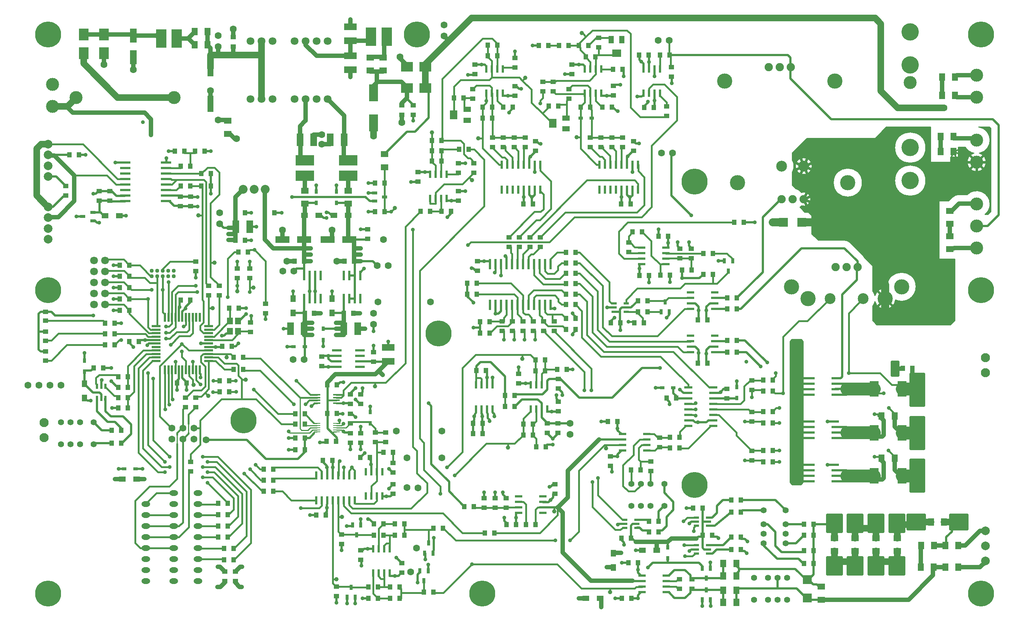
<source format=gbr>
G04 DesignSpark PCB Gerber Version 11.0 Build 5877*
G04 #@! TF.Part,Single*
G04 #@! TF.FileFunction,Copper,L1,Top*
G04 #@! TF.FilePolarity,Positive*
%FSLAX35Y35*%
%MOIN*%
G04 #@! TA.AperFunction,SMDPad,CuDef*
%ADD80R,0.01969X0.08268*%
%ADD121R,0.02362X0.05118*%
%ADD108R,0.02362X0.07087*%
%ADD107R,0.02362X0.07480*%
%ADD84R,0.02362X0.09055*%
%ADD104R,0.02362X0.09449*%
%ADD101R,0.03150X0.03937*%
%ADD93R,0.03150X0.04724*%
%ADD85R,0.03937X0.05118*%
%ADD97R,0.04724X0.06299*%
%ADD114R,0.05118X0.07087*%
%ADD106R,0.05512X0.06299*%
%ADD95R,0.05512X0.07087*%
%ADD110R,0.05512X0.14961*%
%ADD87R,0.05906X0.11811*%
%ADD117R,0.06299X0.12598*%
%ADD115R,0.07087X0.07874*%
%ADD120R,0.07874X0.07874*%
%ADD102R,0.07874X0.14173*%
%ADD118R,0.07874X0.15748*%
%ADD82R,0.08661X0.11024*%
%ADD109R,0.09449X0.16535*%
G04 #@! TD.AperFunction*
%ADD10C,0.00500*%
%ADD78C,0.00866*%
%ADD19C,0.01181*%
%ADD13C,0.01575*%
%ADD12C,0.01969*%
%ADD11C,0.02362*%
%ADD150C,0.02500*%
G04 #@! TA.AperFunction,ViaPad*
%ADD14C,0.03543*%
G04 #@! TA.AperFunction,ComponentPad*
%ADD159C,0.03740*%
G04 #@! TD.AperFunction*
%ADD17C,0.03937*%
G04 #@! TA.AperFunction,ComponentPad*
%ADD158C,0.05512*%
G04 #@! TD.AperFunction*
%ADD151C,0.05906*%
G04 #@! TA.AperFunction,ViaPad*
%ADD15C,0.06299*%
G04 #@! TA.AperFunction,ComponentPad*
%ADD153C,0.07087*%
G04 #@! TD.AperFunction*
%ADD16C,0.07480*%
G04 #@! TA.AperFunction,ComponentPad*
%ADD154C,0.07874*%
%ADD152C,0.08031*%
%ADD160C,0.08268*%
%ADD157C,0.09843*%
G04 #@! TD.AperFunction*
%ADD18C,0.11811*%
G04 #@! TA.AperFunction,ComponentPad*
%ADD156C,0.13780*%
%ADD155C,0.15748*%
%ADD161O,0.07874X0.05118*%
G04 #@! TA.AperFunction,WasherPad*
%ADD70C,0.23622*%
G04 #@! TA.AperFunction,SMDPad,CuDef*
%ADD89R,0.06102X0.01102*%
%ADD88R,0.06102X0.01575*%
%ADD79R,0.08268X0.01969*%
%ADD103R,0.05118X0.02362*%
%ADD92R,0.07087X0.02362*%
%ADD99R,0.07480X0.02362*%
%ADD90R,0.09055X0.02362*%
%ADD81R,0.09449X0.02362*%
%ADD100R,0.03937X0.03150*%
%ADD119R,0.04724X0.03150*%
%ADD86R,0.05118X0.03937*%
%ADD105R,0.05118X0.04331*%
%ADD96R,0.06299X0.04724*%
%ADD116R,0.07087X0.05118*%
%ADD94R,0.07087X0.05512*%
%ADD91R,0.11811X0.05906*%
%ADD83R,0.12598X0.06299*%
%ADD113R,0.07874X0.07087*%
%ADD98R,0.07874X0.07874*%
%ADD111R,0.11024X0.08661*%
%ADD112R,0.16535X0.09449*%
G04 #@! TD.AperFunction*
X0Y0D02*
D02*
D10*
X711990Y414615D02*
Y402612D01*
X714902Y399700D01*
G75*
G02*
X720263Y396118I-2518J-9570D01*
G01*
G75*
G02*
X728736Y390130I2121J-5988D01*
G01*
G75*
G02*
X720263Y384143I-6352J0D01*
G01*
G75*
G02*
X718915Y382696I-7878J5989D01*
G01*
X723407Y378203D01*
X726557D01*
X729707Y375053D01*
Y358518D01*
X735559Y352665D01*
X759392D01*
G75*
G02*
X761878Y352219I0J-7140D01*
G01*
X761990D01*
X762061Y352148D01*
G75*
G02*
X764443Y350572I-2670J-6623D01*
G01*
X776249Y338766D01*
G75*
G02*
X777825Y336384I-5047J-5052D01*
G01*
X784825Y329384D01*
Y306690D01*
G75*
G02*
X787013Y302152I-8623J-6954D01*
G01*
G75*
G02*
X798241Y309017I9190J-2416D01*
G01*
G75*
G02*
X798157Y310486I12964J1470D01*
G01*
G75*
G02*
X824248I13045J0D01*
G01*
G75*
G02*
X805646Y298683I-13045J0D01*
G01*
G75*
G02*
X787013Y297321I-9443J1053D01*
G01*
G75*
G02*
X784825Y292782I-10811J2416D01*
G01*
Y279778D01*
X788762Y275841D01*
X855691D01*
X859628Y279778D01*
Y335827D01*
X845205D01*
Y377022D01*
X787974D01*
Y445526D01*
X725376D01*
X711990Y432140D01*
Y425645D01*
G75*
G02*
Y414615I-9607J-5515D01*
G01*
X749339Y405130D02*
G75*
G02*
X775429I13045J0D01*
G01*
G75*
G02*
X749339I-13045J0D01*
G01*
X714850Y420130D02*
G75*
G02*
X729917I7533J0D01*
G01*
G75*
G02*
X714850I-7533J0D01*
G01*
X712240Y405130D02*
G36*
X712240Y405130D02*
Y402362D01*
X714902Y399700D01*
G75*
G02*
X720263Y396118I-2518J-9570D01*
G01*
G75*
G02*
X728736Y390130I2121J-5988D01*
G01*
G75*
G02*
X720263Y384143I-6352J0D01*
G01*
G75*
G02*
X718915Y382696I-7889J5999D01*
G01*
X723407Y378203D01*
X726557D01*
X729707Y375053D01*
Y358518D01*
X735559Y352665D01*
X759392D01*
G75*
G02*
X761878Y352219I0J-7140D01*
G01*
X761990D01*
X762061Y352148D01*
G75*
G02*
X764443Y350572I-2672J-6626D01*
G01*
X776249Y338766D01*
G75*
G02*
X777825Y336384I-5050J-5054D01*
G01*
X784825Y329384D01*
Y306690D01*
G75*
G02*
X787013Y302152I-8626J-6956D01*
G01*
G75*
G02*
X798241Y309017I9190J-2416D01*
G01*
G75*
G02*
X798157Y310486I13005J1472D01*
G01*
G75*
G02*
X824248I13045J0D01*
G01*
Y310486D01*
G75*
G02*
X805646Y298683I-13045J0D01*
G01*
G75*
G02*
X787013Y297321I-9443J1053D01*
G01*
G75*
G02*
X784825Y292782I-10814J2417D01*
G01*
Y279778D01*
X788512Y276091D01*
X855941D01*
X859378Y279528D01*
Y335827D01*
X845205D01*
Y377022D01*
X787974D01*
Y405130D01*
X775429D01*
G75*
G02*
X749339I-13045J0D01*
G01*
X712240D01*
G37*
Y415076D02*
G36*
X712240Y415076D02*
Y405130D01*
X749339D01*
G75*
G02*
X775429I13045J0D01*
G01*
X787974D01*
Y420130D01*
X729917D01*
G75*
G02*
X714850I-7533J0D01*
G01*
X713461D01*
G75*
G02*
X712240Y415076I-11078J0D01*
G01*
G37*
Y432390D02*
G36*
X712240Y432390D02*
Y425185D01*
G75*
G02*
X713461Y420130I-9857J-5055D01*
G01*
X714850D01*
G75*
G02*
X729917I7533J0D01*
G01*
X787974D01*
Y445276D01*
X725126D01*
X712240Y432390D01*
G37*
X787187Y445526D02*
Y376234D01*
X845205D01*
Y388295D01*
X853901D01*
X857427Y391821D01*
G75*
G02*
X863175Y394201I5745J-5745D01*
G01*
X870853D01*
G75*
G02*
X891374Y385604I8460J-8596D01*
G01*
G75*
G02*
X886907Y376234I-12061J0D01*
G01*
X889633D01*
X892213Y378814D01*
Y454280D01*
X890823Y455669D01*
X880911D01*
G75*
G02*
X881698Y431892I-1598J-11955D01*
G01*
G75*
G02*
X879313Y415197I-2385J-8177D01*
G01*
G75*
G02*
X876928Y431892I0J8518D01*
G01*
G75*
G02*
X869036Y437402I2385J11823D01*
G01*
X862634D01*
Y428346D01*
X855547D01*
Y423622D01*
X837724D01*
Y455669D01*
X797331D01*
X787187Y445526D01*
X805047Y406943D02*
G75*
G02*
X833106I14030J0D01*
G01*
G75*
G02*
X805047I-14030J0D01*
G01*
Y436943D02*
G75*
G02*
X833106I14030J0D01*
G01*
G75*
G02*
X805047I-14030J0D01*
G01*
X787437Y406943D02*
G36*
X787437Y406943D02*
Y376484D01*
X845205D01*
Y388295D01*
X853901D01*
X857427Y391821D01*
G75*
G02*
X863175Y394201I5745J-5745D01*
G01*
X870853D01*
G75*
G02*
X891374Y385604I8460J-8596D01*
G01*
G75*
G02*
X887206Y376484I-12063J1D01*
G01*
X889883D01*
X891963Y378564D01*
Y406943D01*
X833106D01*
G75*
G02*
X805047I-14030J0D01*
G01*
X787437D01*
G37*
Y436943D02*
G36*
X787437Y436943D02*
Y406943D01*
X805047D01*
G75*
G02*
X833106I14030J0D01*
G01*
X891963D01*
Y436943D01*
X889293D01*
G75*
G02*
X881698Y431892I-9981J6772D01*
G01*
G75*
G02*
X887831Y423715I-2385J-8177D01*
G01*
G75*
G02*
X879313Y415197I-8518J0D01*
G01*
G75*
G02*
X870795Y423715I0J8518D01*
G01*
G75*
G02*
X876928Y431892I8518J0D01*
G01*
G75*
G02*
X869333Y436943I2385J11824D01*
G01*
X862634D01*
Y428346D01*
X855547D01*
Y423622D01*
X837724D01*
Y436943D01*
X833106D01*
G75*
G02*
X805047I-14030J0D01*
G01*
X787437D01*
G37*
Y445776D02*
G36*
X787437Y445776D02*
Y436943D01*
X805047D01*
G75*
G02*
X833106I14030J0D01*
G01*
X837724D01*
Y455419D01*
X797081D01*
X787437Y445776D01*
G37*
X862634Y437402D02*
G36*
X862634Y437402D02*
Y436943D01*
X869333D01*
G75*
G02*
X869036Y437402I9985J6779D01*
G01*
X862634D01*
G37*
X891073Y455419D02*
G36*
X891073Y455419D02*
X882223D01*
G75*
G02*
X891374Y443715I-2910J-11705D01*
G01*
G75*
G02*
X889293Y436943I-12061J0D01*
G01*
X891963D01*
Y454530D01*
X891073Y455419D01*
G37*
D02*
D11*
X718929Y418699D02*
X714564Y416891D01*
X718929Y421562D02*
X714564Y423370D01*
X720952Y416675D02*
X719144Y412310D01*
X720952Y423585D02*
X719144Y427950D01*
X723363Y387766D02*
X725171Y383401D01*
X723363Y392494D02*
X725171Y396859D01*
X723815Y416675D02*
X725623Y412310D01*
X723815Y423586D02*
X725623Y427951D01*
X724748Y389151D02*
X729113Y387343D01*
X724748Y391110D02*
X729113Y392918D01*
X725839Y418699D02*
X730204Y416891D01*
X725839Y421562D02*
X730204Y423370D01*
X792166Y295700D02*
X788826Y292359D01*
X792166Y303773D02*
X788826Y307113D01*
X796203Y294028D02*
Y289303D01*
Y305445D02*
Y310169D01*
X800239Y295700D02*
X803580Y292359D01*
X874589Y423715D02*
X869864D01*
X875972Y420374D02*
X872631Y417033D01*
X875972Y427056D02*
X872631Y430396D01*
X879313Y418990D02*
Y414266D01*
X882654Y420374D02*
X885994Y417033D01*
X882654Y427056D02*
X885994Y430396D01*
X884037Y423715D02*
X888762D01*
D02*
D12*
X28132Y269738D02*
X34431D01*
Y251628D02*
X29904D01*
X28132Y253400D01*
Y269738D01*
X34431Y287848D02*
X39549D01*
X42699Y284699D01*
Y284502D01*
X77738D01*
X34431Y287848D02*
X29904D01*
X28132Y286077D01*
Y269738D01*
X36793Y410683D02*
X44077D01*
X52541Y402219D01*
Y393557D02*
Y392770D01*
X50573D01*
X40927Y383124D01*
X36793D01*
X56085Y430368D02*
X42896D01*
X42305Y429778D01*
X64746Y430368D02*
Y430565D01*
X70652D01*
X68093Y374266D02*
X62384D01*
X69470Y209502D02*
X70652D01*
Y208518D01*
X72226Y206943D01*
X75376D01*
X69470Y222494D02*
Y220722D01*
X71045D01*
X77344Y214423D01*
X83250D01*
X84825Y212848D01*
Y208911D01*
X69470Y233321D02*
X70652Y234502D01*
X75770D01*
X78132Y236864D01*
X69470Y233321D02*
Y222494D01*
Y243557D02*
Y250250D01*
X77148Y370526D02*
Y370722D01*
X78919D01*
X80888Y368754D01*
X82856D01*
X81085Y208911D02*
X80888D01*
Y197494D01*
X90730Y187652D01*
X97423D01*
X102935Y182140D01*
Y180171D01*
X82856Y388833D02*
X83250D01*
Y378006D01*
X77148D01*
X82856Y388833D02*
X92699D01*
X82856Y397494D02*
X92699D01*
X82856D02*
X82463D01*
X80100Y395132D01*
X77738D01*
X84825Y219935D02*
Y225447D01*
X85219Y225841D01*
X86793Y236864D02*
X93880D01*
X88171Y375053D02*
X86793D01*
Y375447D01*
X84234Y378006D01*
X77148D01*
X88565Y208911D02*
X88368D01*
Y207337D01*
X88762Y206943D01*
Y197494D01*
X93486Y192770D01*
X104510D01*
X111990Y185289D01*
Y176628D01*
X103722Y168360D01*
X102935D01*
X92699Y397494D02*
X94274D01*
X98604Y393163D01*
X106187D01*
X106285Y393262D01*
X106482D01*
X94274Y168360D02*
X78919D01*
X78132Y167573D01*
Y167415D01*
X94274Y180171D02*
X85219D01*
X78132Y187258D01*
Y187415D01*
X97030Y277415D02*
X102935D01*
X100179Y200250D02*
X94667D01*
X100179Y219148D02*
Y219935D01*
X98604D01*
X93880Y224659D01*
X101163Y375053D02*
X107266D01*
X101754Y289226D02*
X95848D01*
X101754Y299463D02*
X95848D01*
X101754Y309699D02*
X95848D01*
X101754Y319935D02*
X95848D01*
X101754Y330171D02*
X95848D01*
X105691Y145132D02*
X100573D01*
X106482Y388262D02*
Y388045D01*
X92699D01*
Y388833D01*
X106482Y423262D02*
X97522D01*
Y423478D01*
X110415Y260880D02*
X110809D01*
Y258911D01*
X113959Y255762D01*
X115927Y145132D02*
X122226D01*
X124589Y262061D02*
X119077D01*
Y260880D01*
X134628Y258911D02*
X128132D01*
X126557Y257337D01*
X134628Y262061D02*
X124589D01*
X143482Y388262D02*
X147030D01*
Y388045D01*
X150967Y384108D01*
X156478D01*
Y383715D01*
X143482Y393262D02*
X156478D01*
Y392376D01*
X143880Y427415D02*
Y423262D01*
X143482D01*
X151754Y433715D02*
X145848D01*
X153722Y223085D02*
Y216785D01*
X155297Y235093D02*
Y226608D01*
X153722Y225033D01*
Y223085D01*
X155297Y282730D02*
Y291195D01*
X156085Y291982D01*
X156478Y383715D02*
X165927D01*
X156478Y392376D02*
X165927D01*
X156872Y298281D02*
X156085D01*
Y291982D01*
X158447Y235093D02*
Y227829D01*
X160435Y225841D01*
Y225821D01*
X162384Y223872D01*
Y223085D01*
X161203Y290801D02*
Y291982D01*
X165533Y296313D01*
Y298281D01*
X161203Y290801D02*
X158447Y288045D01*
Y282730D01*
X162384Y223085D02*
Y216785D01*
X165927Y392376D02*
Y391982D01*
X172226D01*
X170652Y324659D02*
Y318754D01*
X172226Y383321D02*
X165927D01*
Y383715D01*
X178526Y433715D02*
X184431D01*
X182266Y255762D02*
X188762D01*
X182266Y258911D02*
X175376D01*
X184431Y402219D02*
Y395132D01*
Y413242D02*
Y402219D01*
X188762Y255762D02*
X194667D01*
Y256549D01*
X200179Y364030D02*
X195848D01*
X192305Y367573D01*
Y367691D01*
X201557Y269935D02*
Y267967D01*
X198211D01*
X196242Y265998D01*
X194274D01*
X203329Y256549D02*
X206872D01*
X209234Y258911D01*
X208447Y327022D02*
Y333321D01*
X209037Y279384D02*
X210022D01*
X216321Y285683D01*
X209628Y291195D02*
X216321D01*
X215140Y352612D02*
X221045D01*
X215140Y377809D02*
X221045D01*
X219470Y327022D02*
Y333321D01*
Y365211D02*
X225770D01*
X220258Y278203D02*
X221045D01*
Y284108D01*
X233250Y399069D02*
X233644D01*
X234037Y286470D02*
Y280959D01*
X241911Y377809D02*
X248604D01*
X256478Y272297D02*
X250179D01*
X258841Y286667D02*
X269470D01*
X258841Y299659D02*
Y306549D01*
X259234Y256156D02*
X253722D01*
X259510Y324659D02*
X259628D01*
X261990Y327022D01*
X269057D01*
X260809Y162455D02*
X254904D01*
X260809Y173085D02*
X254904D01*
X268959Y244344D02*
X269470D01*
Y256156D01*
X269057Y299593D02*
Y286470D01*
X269470D01*
X269057Y320593D02*
Y327022D01*
Y333715D01*
X269077D01*
X269470Y162455D02*
X269864D01*
Y160880D01*
X263171Y154187D01*
X234431D01*
X217108Y171510D01*
X180100D01*
X269470Y162455D02*
Y173085D01*
Y256156D02*
Y272297D01*
X269077D01*
X274057Y299593D02*
Y306549D01*
Y320593D02*
Y306549D01*
X278132Y177415D02*
X273801Y173085D01*
X269470D01*
X279057Y299593D02*
Y306549D01*
Y320593D02*
Y306549D01*
X280100Y103006D02*
Y104187D01*
X278919Y103006D01*
X274195D01*
X280100Y386864D02*
X269470D01*
Y386077D01*
X280100Y397100D02*
Y402612D01*
X282266Y375447D02*
X284431D01*
X286793Y373085D01*
X289156D01*
X284825Y238459D02*
Y237652D01*
X291124D01*
X286400Y262061D02*
Y256549D01*
Y272297D02*
X297817D01*
X289156Y169994D02*
Y169148D01*
X283250D01*
X289549Y109699D02*
Y106156D01*
X288762Y105368D01*
Y103006D01*
X289549Y146313D02*
X289923D01*
Y139059D01*
X289549Y146313D02*
Y147888D01*
X286400Y151037D01*
X286006D01*
Y152612D01*
X289923Y116559D02*
Y113222D01*
X289549Y112848D01*
Y109699D01*
X289943Y195526D02*
X290337D01*
Y181746D01*
X294667Y177415D01*
X289943Y221510D02*
X290337D01*
Y207337D01*
Y195526D01*
X289943D01*
X291124Y237652D02*
X298734D01*
X291124Y247652D02*
X284825D01*
Y247120D01*
X294274Y286667D02*
X304904D01*
Y286470D01*
X294274Y299659D02*
Y306549D01*
X294667Y177415D02*
X298604Y173478D01*
Y169994D01*
X297817D01*
X294923Y139059D02*
Y146313D01*
Y152612D01*
X294667D01*
X296045Y375447D02*
X293880D01*
X291124Y378203D01*
X289156D01*
X298211Y29384D02*
Y23478D01*
Y386864D02*
X308841D01*
Y386077D01*
X298211Y397100D02*
Y402612D01*
X298604Y195526D02*
Y195132D01*
X304116D01*
X298604Y221510D02*
X299392D01*
X301754Y223872D01*
X304510D01*
X298734Y247652D02*
X291124D01*
Y245014D01*
X293486Y242652D01*
X298734D01*
Y247652D02*
X291124D01*
X302935Y76628D02*
Y71116D01*
X304510Y178990D02*
X305297Y178203D01*
X310809D01*
Y177415D01*
X304510Y204581D02*
X310809D01*
Y204187D01*
X304884Y299593D02*
Y286470D01*
X304904D01*
X307856Y28400D02*
X308053D01*
Y22691D01*
X310022Y353400D02*
X326557D01*
Y354187D01*
X310809Y168754D02*
Y162848D01*
Y195132D02*
X312384D01*
X315533Y191982D01*
X312974Y94148D02*
Y93163D01*
X307659D01*
X314884Y299593D02*
X309884D01*
X314884D02*
Y320593D01*
X309884D01*
X314884D02*
Y333715D01*
X314352D01*
X315337Y28400D02*
Y22691D01*
X315533Y218360D02*
X310809Y213636D01*
Y212848D01*
X319734Y242652D02*
Y242789D01*
X332069D01*
Y242396D01*
X319884Y320593D02*
Y323478D01*
X323407Y327002D01*
Y327022D01*
X320258Y62455D02*
X321045D01*
Y56943D01*
X320258Y71116D02*
X322226D01*
X323407Y72297D01*
X326557D01*
X320258Y168754D02*
Y162848D01*
Y177415D02*
Y183321D01*
Y204187D02*
X319470D01*
X315533Y208124D01*
X320258Y212848D02*
Y213242D01*
X321833Y214817D01*
Y218360D01*
X320455Y94148D02*
X320258D01*
Y99463D01*
X323801Y159305D02*
X319864Y155368D01*
X326557Y72297D02*
X331656D01*
Y72274D01*
X326557Y362848D02*
X320258D01*
X327344Y27415D02*
X321833D01*
X328919Y196707D02*
Y201825D01*
X329707Y149069D02*
Y152612D01*
X328526Y153793D01*
Y155368D01*
X329707Y149069D02*
X329963D01*
Y142352D01*
X332069Y242396D02*
X345455D01*
Y242789D01*
X332069Y251057D02*
Y256963D01*
Y276352D02*
Y269935D01*
X332463Y95132D02*
X331675D01*
Y95919D01*
X328132Y99463D01*
X326951D01*
X333053Y388242D02*
X328526D01*
X324982Y391785D01*
Y391982D01*
X258053D01*
X333053Y395722D02*
X327344D01*
X333250Y378596D02*
X327344D01*
X333250Y404581D02*
X327344D01*
X335337Y329778D02*
X331400Y333715D01*
X320258D01*
X343093Y119935D02*
X343486D01*
X343093D02*
X339963D01*
Y120352D01*
X345455Y255388D02*
Y260900D01*
X349785Y122297D02*
Y122274D01*
X347447Y119935D01*
X343093D01*
X349785Y130959D02*
X345848Y127022D01*
X349785Y141589D02*
X349392D01*
X345848Y145132D01*
X351360Y47888D02*
X346656D01*
Y50274D01*
X357659Y50644D02*
X357266D01*
X354510Y47888D01*
X351360D01*
X357659Y59305D02*
X352541Y64423D01*
X367896Y466785D02*
Y461274D01*
Y475447D02*
Y475644D01*
X361892Y481648D01*
X372226Y406156D02*
X369470D01*
Y405762D01*
X365927D01*
X372226Y414817D02*
X378526D01*
X373998Y52415D02*
X373801D01*
Y51037D01*
X371833Y49069D01*
Y41589D01*
X378329Y68557D02*
X378919D01*
Y62848D01*
X378526Y414817D02*
X383230D01*
Y412825D01*
X379116Y491195D02*
X382069D01*
Y464030D01*
X369470Y451431D01*
X362384D01*
X341911Y430959D01*
X381478Y52415D02*
Y58124D01*
X381675D01*
X382069Y204581D02*
X384431Y202219D01*
Y149463D01*
X400573Y133321D01*
Y124659D01*
X414352Y110880D01*
X385809Y68557D02*
Y69935D01*
X386793Y70919D01*
Y82533D01*
X402148Y378990D02*
Y377022D01*
X398998Y373872D01*
X402541Y388833D02*
X398230D01*
Y390825D01*
X408841Y388833D02*
X402541D01*
X408841Y397494D02*
X415140D01*
X408841Y422691D02*
X415140D01*
X417108Y303793D02*
Y313636D01*
X422226Y186470D02*
Y177022D01*
X422620Y295919D02*
Y296313D01*
X417108Y301825D01*
Y303793D01*
X423407Y192770D02*
Y189246D01*
X422600Y188439D01*
X422226D01*
Y186470D01*
X423801Y503793D02*
Y503006D01*
X417502D01*
X423801Y512455D02*
X430100D01*
X424963Y199486D02*
Y195919D01*
X424982D01*
X423801Y194738D01*
Y192770D01*
X423407D01*
X425376Y234502D02*
Y238439D01*
X428919Y241982D01*
X438368D01*
X451360Y228990D01*
Y211667D01*
X426163Y325053D02*
X424589D01*
X422226Y327415D01*
X421045D01*
X426163Y333715D02*
X432463D01*
X428526Y268360D02*
Y273478D01*
X422620D01*
X428526Y278596D02*
Y273478D01*
X429963Y199486D02*
Y195132D01*
X430494Y194600D01*
Y192770D01*
X430100Y512455D02*
X432837D01*
X434411Y510880D01*
Y508494D01*
X430494Y192770D02*
Y186470D01*
X430888D01*
Y177022D01*
X432463Y118360D02*
Y123872D01*
Y333715D02*
X437640D01*
Y330959D01*
X434963Y221486D02*
Y228203D01*
Y234502D01*
X434037D01*
X437187Y188439D02*
Y189620D01*
X435750Y191057D01*
Y195132D01*
X434963Y195919D01*
Y199486D01*
X439963D02*
X439943D01*
Y196313D01*
X441518Y194738D01*
Y192770D01*
X439963Y221486D02*
Y228203D01*
X442305Y118360D02*
Y123872D01*
X442640Y293951D02*
Y286077D01*
X447640Y293951D02*
Y288439D01*
X445278Y286077D01*
X442640D01*
X452148Y118360D02*
X450967D01*
Y120329D01*
X449392Y121904D01*
Y123872D01*
X452541Y94344D02*
Y95919D01*
X450573Y97888D01*
Y100644D01*
X452640Y330959D02*
Y337652D01*
X452541D01*
X451754Y338439D01*
X454116Y484108D02*
X449411D01*
Y486494D01*
X458447Y473872D02*
Y472691D01*
X454904Y469148D01*
Y468754D01*
X460022Y201825D02*
Y202612D01*
X461203D01*
X466715Y208124D01*
X481026D01*
X484569Y204581D01*
Y199486D01*
X460022Y211667D02*
Y212848D01*
X485238D01*
X489569Y217179D01*
Y221486D01*
X460415Y484108D02*
X454116D01*
X460415Y492770D02*
X461596D01*
X463959Y490407D01*
X465927D01*
X460415Y518360D02*
Y524266D01*
X461203Y94344D02*
Y100644D01*
Y104955D01*
X463589D01*
X463565Y222691D02*
X469864D01*
X463565Y231352D02*
Y237258D01*
X468289Y391982D02*
Y398843D01*
X468427D01*
X468289Y391982D02*
Y385683D01*
X467896D01*
X469864Y222691D02*
X474569D01*
Y221486D01*
X473427Y398843D02*
Y393931D01*
X475376Y391982D01*
X475770D01*
X474195Y428596D02*
X473407Y427809D01*
Y421343D01*
X473427D01*
X476557Y385683D02*
X475770D01*
Y391982D01*
X478427Y398843D02*
Y393951D01*
X476459Y391982D01*
X475770D01*
X478427Y421343D02*
Y414817D01*
X478919Y434108D02*
Y433321D01*
X474195Y428596D01*
X478919Y442770D02*
X480100D01*
X482463Y440407D01*
X483644D01*
X482069Y529778D02*
X476163D01*
X484569Y199486D02*
Y191844D01*
X489549Y186864D01*
Y186470D01*
X485589Y109955D02*
X495848D01*
X485589Y114955D02*
Y114817D01*
X490730D01*
X492699Y116785D01*
X488368Y165211D02*
X489156D01*
Y167179D01*
X494667D01*
X489549Y177809D02*
Y177415D01*
X494667Y172297D01*
X489549Y186470D02*
X499392D01*
X492640Y293951D02*
Y290801D01*
X496242D01*
X492699Y116785D02*
X495061Y119148D01*
Y122297D01*
X496636D01*
X493486Y197100D02*
X489569D01*
Y199486D01*
X495848Y109955D02*
X498998D01*
X496636Y130959D02*
X495061D01*
X492699Y128596D01*
X491518D01*
X498998Y109955D02*
X499254D01*
X498998D02*
Y110093D01*
X499392Y177809D02*
X498998D01*
Y176628D01*
X494667Y172297D01*
X499785Y197494D02*
Y197100D01*
X493486D01*
X499785Y206156D02*
Y206943D01*
X497817Y208911D01*
Y212061D01*
X499785Y217967D02*
X503329Y214423D01*
Y212061D01*
X499785Y226628D02*
X491144D01*
X489569Y225053D01*
Y221486D01*
X499785Y226628D02*
Y227022D01*
X501360D01*
X518683Y209699D01*
X548604D01*
X575770Y236864D01*
X591911D01*
X507266Y235289D02*
X512778D01*
X510415Y186354D02*
X499392D01*
Y186470D01*
X511990Y503793D02*
X505691D01*
X511990Y512455D02*
X518289D01*
X515140Y271904D02*
Y270329D01*
X512778Y267967D01*
Y267179D01*
X515140Y281746D02*
Y283321D01*
X512778Y285683D01*
Y286470D01*
X518289Y512455D02*
X522207D01*
X523781Y510880D01*
Y508494D01*
X536793Y171648D02*
X558077D01*
X543486Y484108D02*
X538781D01*
Y486494D01*
X544667Y188045D02*
X538762D01*
X547030Y147888D02*
X548191D01*
Y142376D01*
X547167Y277809D02*
Y279384D01*
X547423D01*
X550573Y282533D01*
X548211Y473872D02*
X548998D01*
X552935Y469935D01*
X553722D01*
X549785Y484502D02*
Y484108D01*
X543486D01*
X549785Y493163D02*
Y493951D01*
X556085D01*
X550179Y287848D02*
X555691D01*
X550179Y291589D02*
X543880D01*
X553329Y156549D02*
X547030D01*
X553329Y181589D02*
Y188045D01*
X555691Y287848D02*
Y290014D01*
X557266Y291589D01*
X561203D01*
X555829Y277809D02*
Y271116D01*
Y277809D02*
X555691D01*
Y287848D01*
X556872Y82140D02*
Y80565D01*
X559234Y78203D01*
Y76234D01*
X556872Y391982D02*
Y398843D01*
X557010D01*
X556872Y391982D02*
Y385683D01*
X556478D01*
X557266Y27415D02*
X551360D01*
X558053Y508124D02*
X558841D01*
Y501825D01*
X558077Y161648D02*
X556852D01*
X553329Y158124D01*
Y156549D01*
X558077Y176648D02*
X556852D01*
X553329Y180171D01*
Y181589D01*
X560022Y95132D02*
X554510D01*
X553722Y94344D01*
X561203Y291589D02*
X565533D01*
X571833Y297888D01*
X562010Y398843D02*
Y393951D01*
X563978Y391982D01*
X564746D01*
X562581Y429187D02*
X561990Y428596D01*
Y421343D01*
X562010D01*
X563171Y59699D02*
X557266D01*
X564746Y391982D02*
Y385683D01*
X565140D01*
X565927Y27415D02*
X571833D01*
X567010Y398843D02*
Y393557D01*
X565435Y391982D01*
X564746D01*
X567010Y421343D02*
Y414817D01*
X567108Y43557D02*
X567758Y42907D01*
X575793D01*
X567896Y434108D02*
X567502D01*
X562581Y429187D01*
X569864Y78596D02*
X566321Y82140D01*
X565533D01*
X571045Y91392D02*
Y91589D01*
X573407D01*
X575967Y89030D01*
X582069D01*
Y87652D01*
X571045Y95132D02*
X567108D01*
X565533Y93557D01*
Y82140D01*
X571045Y98872D02*
X582069D01*
Y97494D01*
X571833Y53400D02*
Y50644D01*
X574569Y47907D01*
X575793D01*
X571833Y59699D02*
Y53400D01*
X573014Y440801D02*
X569864D01*
X567896Y442770D01*
X573407Y327022D02*
Y320722D01*
X574982Y515211D02*
X573407Y516785D01*
Y521116D01*
X573014D01*
X575400Y330939D02*
X573407D01*
Y327022D01*
X575793Y32907D02*
X574569D01*
X571833Y30171D01*
Y27415D01*
X575967Y71116D02*
X569864D01*
X576931Y486494D02*
X576951D01*
Y484896D01*
X575376Y483321D01*
X571439D01*
X576931Y508494D02*
Y513242D01*
X576951D01*
X574982Y515211D01*
X577738Y473478D02*
Y474659D01*
X580888Y477809D01*
Y478596D01*
Y55368D02*
X585219Y59699D01*
X602935D01*
X581931Y508494D02*
Y514817D01*
Y521116D01*
X581675D01*
X582069Y320722D02*
Y314423D01*
X586400Y473478D02*
X586931D01*
Y479778D01*
Y486494D01*
Y508494D02*
Y501825D01*
X587974Y218754D02*
X593880D01*
X590730Y87652D02*
Y89226D01*
X593880D01*
X597817Y93163D01*
Y101431D01*
X604116Y107730D01*
Y115211D01*
X595848Y123478D01*
Y131510D01*
X590730Y97494D02*
Y106549D01*
X595691Y111510D01*
X595848D01*
X590730Y356549D02*
Y362848D01*
X597400Y345939D02*
X599392D01*
Y350250D01*
X597817Y209305D02*
Y208518D01*
X600573Y205762D01*
Y203793D01*
X598998Y63636D02*
Y59699D01*
X602935D01*
X598998Y73872D02*
Y78596D01*
Y73872D01*
X599392Y350250D02*
Y356549D01*
X600376Y287848D02*
Y285093D01*
X597817Y282533D01*
X600573Y521116D02*
X601754D01*
X600967Y321116D02*
Y314817D01*
X601754Y521116D02*
X708053D01*
X710415Y518754D01*
Y509994D01*
X710573D01*
X602148Y501431D02*
X602541D01*
Y495526D01*
X604116Y218754D02*
Y213636D01*
X606478Y211274D01*
Y209305D01*
Y208931D01*
X617669D01*
X610022Y345132D02*
Y345526D01*
X608053Y347494D01*
Y351037D01*
X611990Y318360D02*
X627738D01*
X631281Y321904D01*
X611990Y318360D02*
Y325841D01*
X617669Y188931D02*
X622226D01*
Y188833D01*
X623801Y187258D01*
X626163D01*
X617669Y213931D02*
X613270D01*
X610022Y217179D01*
X619494Y256018D02*
X623939D01*
X626951Y253006D01*
Y250250D01*
X619494Y295388D02*
X623939D01*
X626951Y292376D01*
Y289226D01*
X620258Y345132D02*
Y345919D01*
X618289Y347888D01*
Y351037D01*
X620258Y375447D02*
X602148Y393557D01*
Y431352D01*
X602935Y432140D01*
X603209D01*
X621045Y36077D02*
X619470D01*
Y32533D01*
X614746Y27809D01*
X604904D01*
X599805Y32907D01*
X597793D01*
X621045Y44738D02*
X619470D01*
Y48281D01*
X614746Y53006D01*
X604904D01*
X600179Y48281D01*
Y47907D01*
X597793D01*
X621833Y109305D02*
X615927D01*
X624982Y71904D02*
X620258D01*
X618683Y70329D01*
X624982Y97100D02*
X620258D01*
X618683Y95526D01*
X626163Y187258D02*
X634037D01*
X635612Y188833D01*
Y188931D01*
X640169D01*
X626951Y250250D02*
Y241195D01*
X626163D01*
X626951Y289226D02*
Y280565D01*
X626163D01*
X630297Y26037D02*
Y20329D01*
Y54778D02*
Y55959D01*
X630100Y56156D01*
Y56943D01*
X627344Y59699D01*
X602935D01*
X630494Y84896D02*
Y83321D01*
X626557D01*
X624982Y81746D01*
X630494Y84896D02*
Y73478D01*
X632069Y71904D01*
X636006D01*
X630494Y97100D02*
Y84896D01*
Y109305D02*
Y97100D01*
X634037Y35093D02*
X621045D01*
Y36077D01*
X634037Y45722D02*
X621045D01*
Y44738D01*
X634037Y249856D02*
Y241195D01*
X634825D01*
X634037Y289226D02*
Y280565D01*
X634825D01*
X636006Y68163D02*
X639549D01*
X643289Y71904D01*
X656478D01*
X636006Y75644D02*
Y75841D01*
X649392D01*
X656478Y82927D01*
X636006Y93360D02*
X641715D01*
X656478Y105762D01*
X636006Y97100D02*
X630494D01*
X636006Y100841D02*
X639352D01*
X643486Y104974D01*
Y111274D01*
X648998Y116785D01*
X656478D01*
X637581Y60093D02*
Y54974D01*
X637778Y54778D01*
X637974Y20329D02*
Y25841D01*
X637778Y26037D01*
X639156Y84896D02*
Y83321D01*
X643880D01*
X645061Y82140D01*
X640169Y208931D02*
X652541D01*
Y208911D01*
X640169Y213931D02*
X646242D01*
Y214030D01*
X647030Y214817D01*
X641494Y251018D02*
X652935D01*
Y251037D01*
X641494Y256018D02*
X637049D01*
X634037Y253006D01*
Y249856D01*
X641494Y261018D02*
X652935D01*
Y261667D01*
X641494Y290388D02*
X652935D01*
Y290407D01*
X641494Y295388D02*
Y295526D01*
X637187D01*
X634037Y292376D01*
Y289226D01*
X641494Y300388D02*
Y300250D01*
X652935D01*
X647030Y214817D02*
X649785Y217573D01*
X652541D01*
X649392Y23872D02*
Y34896D01*
Y35093D01*
X634037D01*
X649392Y47888D02*
Y45722D01*
X634037D01*
X649392Y58911D02*
Y47888D01*
X650376Y333911D02*
Y334108D01*
X645061D01*
X652541Y208911D02*
X661596D01*
Y209305D01*
X661203Y23872D02*
Y34896D01*
X662778D01*
Y36470D01*
X698604D01*
X661203Y58911D02*
Y56549D01*
X661596D01*
X663565Y54581D01*
Y54187D01*
X661596Y224659D02*
Y219541D01*
Y251037D02*
X670258D01*
X683250Y238045D01*
X661596Y261667D02*
X669077D01*
X689156Y241589D01*
X661596Y290407D02*
X665140D01*
X720258Y345526D01*
X759392D01*
X771203Y333715D01*
Y328486D01*
X663565Y54187D02*
Y52219D01*
X661203Y49856D01*
Y47888D01*
X665140Y71904D02*
Y70329D01*
X668683D01*
X670652Y68360D01*
X665140Y82927D02*
Y81352D01*
X669077D01*
X671439Y78990D01*
X667896Y369148D02*
X678132D01*
X685848Y77415D02*
X686006D01*
Y75447D01*
X698211Y63242D01*
X717502D01*
X721833Y58911D01*
X722620D01*
X685848Y107337D02*
X666715D01*
X665140Y105762D01*
X698604Y36470D02*
X715927D01*
X724589Y27809D01*
X725770D01*
X698604Y46077D02*
Y36470D01*
X702384Y390130D02*
X701713D01*
X685219Y373636D01*
Y323872D01*
X661596Y300250D01*
X705848Y107337D02*
Y107730D01*
X696793Y116785D01*
X665140D01*
X722620Y70722D02*
Y69541D01*
X702148D01*
X696636Y75053D01*
Y87652D01*
X689549Y94738D01*
X685848D01*
X722620Y84896D02*
X715140Y77415D01*
X705848D01*
X722620Y94738D02*
X705848D01*
X725770Y26234D02*
X738368D01*
X725770Y44344D02*
X724589D01*
X714746Y54187D01*
X663565D01*
X728943Y133695D02*
X715927D01*
X728943Y138695D02*
X715927D01*
X728943Y143695D02*
X715927D01*
X728943Y148695D02*
X715927D01*
X728943Y173065D02*
X715927D01*
X728943Y178065D02*
X715927D01*
X728943Y183065D02*
X715927D01*
X728943Y188065D02*
X715927D01*
X728943Y212435D02*
X715927D01*
X728943Y217435D02*
X715927D01*
Y217179D01*
X728943Y222435D02*
Y222297D01*
X715927D01*
X728943Y227435D02*
X715927D01*
X731281Y58911D02*
Y49069D01*
X728526Y46313D01*
Y44344D01*
X725770D01*
X731281Y70722D02*
Y58911D01*
Y84896D02*
Y70722D01*
Y94738D02*
Y84896D01*
X738368Y38045D02*
X736400D01*
X734431Y40014D01*
X730888D01*
X728526Y42376D01*
Y44344D01*
X725770D01*
X743880Y148675D02*
Y148695D01*
X750943D01*
X743880Y188045D02*
Y188065D01*
X750943D01*
X748998Y95919D02*
Y94738D01*
X731281D01*
X750943Y133695D02*
X761203D01*
Y138695D01*
X750943D02*
X761203D01*
X750943Y143695D02*
X761203D01*
Y138695D01*
X750943Y173065D02*
X761203D01*
Y178065D01*
X750943D02*
X761203D01*
X750943Y183065D02*
X761203D01*
Y178065D01*
X750943Y212435D02*
X761203D01*
Y217573D01*
X750943Y222435D02*
X761203D01*
Y217573D01*
X750943D01*
Y217435D01*
X771203Y328486D02*
X770652Y325093D01*
Y316785D01*
X757266Y303400D01*
Y228596D01*
X756104Y227435D01*
X750943D01*
X786400Y138695D02*
Y138833D01*
Y178065D02*
Y177809D01*
X796203Y281746D02*
X796242D01*
X796203Y312455D02*
X796242D01*
X850967Y75447D02*
X851754D01*
Y82927D01*
X856872Y88045D01*
Y90407D01*
X857659D01*
X879313Y365604D02*
X889156D01*
X899392Y375841D01*
Y457337D01*
X893880Y462848D01*
X747423D01*
X710415Y499856D01*
Y509994D01*
X710573D01*
D02*
D13*
X34431Y243360D02*
Y243557D01*
X39549D01*
X53722Y257730D01*
X88368D01*
X34431Y261470D02*
Y261667D01*
X39549D01*
X45848Y267967D01*
X88368D01*
Y267573D01*
X34431Y279581D02*
X86793D01*
X88368Y278006D01*
Y277415D01*
X36793Y440211D02*
Y440014D01*
X68289D01*
X99785Y408518D01*
X106482D01*
Y408262D01*
X97030Y257730D02*
Y258124D01*
X98211D01*
Y258911D01*
X101360Y262061D01*
X102935D01*
X97030Y267573D02*
X124982D01*
X127344Y265211D01*
X134628D01*
X100179Y209699D02*
Y211274D01*
X96636D01*
X88565Y219344D01*
Y219935D01*
X100179Y228596D02*
X98211Y230565D01*
X82856D01*
X80100Y227809D01*
Y222297D01*
X81085Y221313D01*
Y219935D01*
X106482Y403262D02*
X98407D01*
X90002Y411667D01*
X60415D01*
X108841Y209699D02*
Y200250D01*
Y209699D02*
Y210093D01*
X109628D01*
X114746Y215211D01*
Y238439D01*
X125770Y249463D01*
X134628D01*
X108841Y228596D02*
Y219148D01*
X110415Y289226D02*
X105297Y294344D01*
X88250D01*
Y294423D01*
X110415Y299463D02*
X105297Y304581D01*
X88250D01*
Y304423D01*
X110415Y309699D02*
X105297Y314817D01*
X88250D01*
Y314423D01*
X110415Y319935D02*
Y320329D01*
X105691Y325053D01*
X88250D01*
Y324423D01*
X110415Y319935D02*
Y318754D01*
X124195D01*
X128919Y314030D01*
X135730D01*
Y314817D01*
X110415Y330171D02*
X105297Y335289D01*
X88250D01*
Y334423D01*
X125376Y72927D02*
X150573D01*
X125376Y92927D02*
X150573D01*
X125376Y102927D02*
X150573D01*
X125376Y112927D02*
Y113242D01*
X135061Y122927D01*
X150573D01*
X127344Y232140D02*
Y166785D01*
X142699Y151431D01*
X127344Y299463D02*
X110415D01*
X130494Y307730D02*
X112384D01*
X110415Y309699D01*
X130730Y320191D02*
X129707D01*
X121833Y328065D01*
Y328203D01*
X119864Y330171D01*
X110415D01*
X132069Y227022D02*
Y171116D01*
X147030Y156156D01*
X134628Y243163D02*
X131281D01*
X122620Y234502D01*
Y163636D01*
X139549Y146707D01*
X147030D01*
X134628Y246313D02*
X128526D01*
X118683Y236470D01*
Y159699D01*
X136400Y141982D01*
X142699D01*
X134628Y252612D02*
X123014D01*
X108841Y238439D01*
Y228596D01*
X134628Y268360D02*
X128132D01*
X110415Y286077D01*
Y289226D01*
X134628Y271510D02*
X129707D01*
X127344Y273872D01*
Y299463D01*
X135730Y314817D02*
Y274659D01*
X134628D01*
X135730Y320191D02*
Y314817D01*
X140730Y307730D02*
Y320191D01*
X142699Y235093D02*
Y200270D01*
X143093Y199876D01*
Y199069D01*
X142699Y282730D02*
Y285289D01*
X140730Y287258D01*
Y307730D01*
X143482Y408262D02*
X148211D01*
X148604Y407868D01*
Y407730D01*
X153329D01*
X143482Y413262D02*
Y413242D01*
X175770D01*
X143482Y418262D02*
X156872D01*
Y419935D01*
X143486Y263242D02*
X147030D01*
X153329Y269541D01*
X162778D01*
X164746Y271510D01*
Y282730D01*
X145848Y235093D02*
Y203400D01*
X146636D01*
X145848Y282730D02*
Y298675D01*
X145868D01*
Y314817D01*
X148998Y235093D02*
Y208124D01*
X149785D01*
X148998Y282730D02*
Y277022D01*
X146242Y274266D01*
X143486D01*
X148998Y282730D02*
Y305762D01*
X154510Y311274D01*
X170652D01*
X150573Y82927D02*
X125376D01*
X152148Y242376D02*
Y235093D01*
Y282730D02*
Y273872D01*
X147030Y268754D01*
X143486D01*
X152148Y282730D02*
Y303400D01*
X154510Y305762D01*
X171833D01*
X153329Y407730D02*
X148860Y403262D01*
X143482D01*
X153722Y167573D02*
Y136077D01*
X146636Y128990D01*
X128526D01*
X115533Y115998D01*
Y77809D01*
X120258Y73085D01*
X125376D01*
Y72927D01*
X156872Y402219D02*
X152915Y398262D01*
X143482D01*
X158053Y258518D02*
X137974Y238439D01*
Y192770D01*
X148211Y182533D01*
Y182022D01*
X148841D01*
X158841Y172022D02*
Y96313D01*
X155455Y92927D01*
X150573D01*
X158841Y182022D02*
X158053D01*
X153722Y177691D01*
Y176234D01*
X159628Y274266D02*
X161596Y276234D01*
Y282730D01*
X161203Y201037D02*
X160809D01*
X158841Y199069D01*
Y182022D01*
X161596Y235093D02*
Y243163D01*
X158053Y246707D01*
Y251825D01*
X163959Y177809D02*
Y177022D01*
X158959Y172022D01*
X158841D01*
X164746Y235093D02*
Y229384D01*
X167896Y226234D01*
Y221510D01*
X168683D01*
X165533Y402219D02*
X175770D01*
X165533Y419935D02*
Y432140D01*
X160415D01*
Y433715D01*
X165927Y142770D02*
X164352D01*
Y91982D01*
X155297Y82927D01*
X150573D01*
X165927Y151431D02*
Y158518D01*
X174589Y167179D01*
Y182022D01*
X167896Y235093D02*
Y238833D01*
X167915D01*
Y242376D01*
X167896Y282730D02*
Y268360D01*
X165140Y265604D01*
X155691D01*
X147817Y257730D01*
X168841Y182022D02*
X174589D01*
X169864Y433715D02*
Y432140D01*
X165533D01*
X170652Y201037D02*
X163959Y194344D01*
Y186077D01*
X170652Y333321D02*
X147423D01*
X140730Y326628D01*
Y325191D01*
X171045Y235093D02*
Y225841D01*
X174982Y221904D01*
X173014Y375447D02*
X176557D01*
X174195Y235093D02*
Y231352D01*
X174982D01*
Y228203D01*
X174589Y182022D02*
Y189226D01*
X193880Y208518D01*
X209234D01*
X175770Y413242D02*
X181281Y418754D01*
X187581D01*
X191911Y414423D01*
Y394344D01*
X184037Y386470D01*
Y332533D01*
X176557Y375447D02*
Y402219D01*
X175770D01*
X176951Y137258D02*
X186006D01*
X204904Y118360D01*
Y108124D01*
X200179Y103400D01*
X199785D01*
X176951Y146707D02*
X188368D01*
X212778Y122297D01*
Y95526D01*
X200179Y82927D01*
X199785D01*
X176951Y156156D02*
X190730D01*
X220652Y126234D01*
Y77809D01*
X205297Y62455D01*
X204904D01*
X179313Y214423D02*
X175770Y210880D01*
X170652D01*
Y209699D01*
X181281Y132533D02*
X198604Y115211D01*
Y113636D01*
X199785D01*
X181281Y141982D02*
X187187D01*
X208841Y120329D01*
Y101825D01*
X200179Y93163D01*
X199785D01*
X181281Y151431D02*
X189549D01*
X216715Y124266D01*
Y84108D01*
X205297Y72691D01*
X204904D01*
X182069Y211274D02*
X179313Y214030D01*
Y214423D01*
X182266Y243163D02*
X182463D01*
Y217573D01*
X179313Y214423D01*
X182266Y243163D02*
X188762D01*
X196636Y235289D01*
X204904D01*
X182266Y246313D02*
X191124D01*
X196636Y240801D01*
X207659D01*
X209234Y239226D01*
Y229778D01*
X212384Y226628D01*
X182266Y249463D02*
X177344D01*
X175376Y247494D01*
Y241982D01*
X179313Y238045D01*
Y219935D01*
X175770Y216392D01*
X168289D01*
X161596Y209699D01*
X161203D01*
X182266Y249463D02*
X198604D01*
X182266Y252612D02*
X164352D01*
X158447Y258518D01*
X158053D01*
X182266Y262061D02*
X203526D01*
X209037Y267573D01*
Y269935D01*
X182266Y268360D02*
X177738D01*
X174589Y271510D01*
Y275053D01*
X177738Y278203D01*
Y297494D01*
X176557Y298675D01*
Y375447D01*
X182463Y293163D02*
Y274659D01*
X182266D01*
X182463Y302612D02*
Y293163D01*
Y311274D02*
X180100Y313636D01*
Y405762D01*
X178132Y407730D01*
X153329D01*
X184037Y332533D02*
Y319541D01*
X191911Y311667D01*
Y311274D01*
X186006Y291195D02*
X182463D01*
Y293163D01*
X186400Y214817D02*
X192305D01*
Y215211D01*
X186793Y225053D02*
X192305D01*
X187581Y332533D02*
X184037D01*
X191124Y82927D02*
X172620D01*
X191124Y93163D02*
Y92927D01*
X172620D01*
X191124Y103400D02*
Y103006D01*
X172620D01*
Y102927D01*
X191124Y113636D02*
Y112848D01*
X172620D01*
Y112927D01*
X191911Y302612D02*
Y276234D01*
X187187Y271510D01*
X182266D01*
X196242Y62455D02*
Y62927D01*
X172620D01*
X196242Y72691D02*
X172620D01*
Y72927D01*
X198604Y246313D02*
Y249463D01*
X202148D01*
X204904Y246707D01*
Y246313D01*
X199785Y301037D02*
Y336077D01*
X205691Y341982D01*
X209234D01*
X200967Y215211D02*
X207266D01*
X200967Y225053D02*
X206872D01*
X200967Y291195D02*
X201557D01*
Y279384D01*
X201360D01*
X187187Y265211D01*
X182266D01*
X208447Y306549D02*
Y311274D01*
Y318360D01*
X212384Y226628D02*
Y208518D01*
X209234D01*
X213565Y235289D02*
Y234502D01*
X228919D01*
X259628Y203793D01*
X213565Y246313D02*
Y245526D01*
X229313D01*
X265140Y209699D01*
X214746Y140801D02*
X230888Y124659D01*
X232463D01*
X215927Y226234D02*
X212384D01*
Y226628D01*
X217896Y341982D02*
X219864Y343951D01*
X223801D01*
X219470Y305762D02*
Y309699D01*
Y318360D01*
X219864Y144738D02*
X229707Y134896D01*
X232463D01*
X220258Y269541D02*
Y269935D01*
X209037D01*
X223014Y309699D02*
X219470D01*
X223407Y217179D02*
X245455Y195132D01*
X260809D01*
X223801Y343951D02*
X234037Y333715D01*
Y295132D01*
X224982Y148675D02*
X228919Y144738D01*
X232463D01*
X241124Y124659D02*
X249165D01*
X257266Y116559D01*
X279923D01*
X241124Y134896D02*
Y136470D01*
X279923D01*
Y139059D01*
X241124Y144738D02*
Y146313D01*
X281380D01*
X284923Y142770D01*
Y139059D01*
X260809Y185683D02*
X248211D01*
X225376Y208518D01*
X209234D01*
X261990Y225053D02*
X274687Y212356D01*
X280789D01*
X270258Y203793D02*
X273703Y207238D01*
X280789D01*
X277738Y186864D02*
X269864Y194738D01*
X269470D01*
Y195132D01*
X280789Y204679D02*
X278230D01*
X275770Y202219D01*
X280789Y209797D02*
X265140D01*
Y209699D01*
X284923Y116559D02*
Y111667D01*
X282561Y109305D01*
X265927D01*
X294923Y44738D02*
Y41195D01*
X298073Y38045D01*
X298211D01*
X294923Y116559D02*
Y44738D01*
X298211D02*
X294923D01*
X298309Y204679D02*
X304510D01*
Y204581D01*
X298309Y207238D02*
X290337D01*
Y207337D01*
X298309Y209797D02*
X302640D01*
X304510Y211667D01*
Y212455D01*
Y215211D01*
X298309Y212356D02*
X304510D01*
Y215211D01*
X299923Y101431D02*
Y88045D01*
X302679Y85289D01*
X302935D01*
X299923Y116559D02*
Y101431D01*
X300967Y186864D02*
Y189226D01*
X301360Y152219D02*
X300179Y151037D01*
Y139059D01*
X299923D01*
X303329Y101431D02*
X299923D01*
X304904Y146313D02*
X304923D01*
Y139059D01*
X309923Y116559D02*
Y112061D01*
X313073Y108911D01*
X365927D01*
X380494Y123478D01*
Y132140D01*
X371439Y141195D01*
Y161274D01*
X367502Y165211D01*
Y362455D01*
X309923Y139059D02*
Y143557D01*
X312384Y146018D01*
Y146313D01*
X310809Y186470D02*
Y187652D01*
X327738D01*
X328919Y186470D01*
X311596Y37455D02*
Y38045D01*
X298211D01*
X314923Y116559D02*
Y114030D01*
X315711Y113242D01*
X332207D01*
X334963Y115998D01*
Y120352D01*
X314923Y139059D02*
Y143557D01*
X312384Y146096D01*
Y146313D01*
X316715Y85093D02*
Y85289D01*
X302935D01*
X327344Y37652D02*
Y37455D01*
X311596D01*
X331656Y50274D02*
X331675D01*
Y31746D01*
X336006Y27415D01*
X332463Y84896D02*
Y85093D01*
X316715D01*
X333250Y219935D02*
Y223478D01*
X311596D01*
X304510Y216392D01*
Y215211D01*
X333644Y178203D02*
Y181746D01*
X328919Y186470D01*
X334825Y160093D02*
Y169541D01*
X333644D01*
X334963Y142352D02*
X334825D01*
Y160093D01*
X334963Y142352D02*
Y134108D01*
X330100Y129246D01*
Y120352D01*
X329963D01*
X336006Y27415D02*
X347030D01*
X336006Y37652D02*
X341656D01*
X336656Y72274D02*
X336793D01*
Y90801D01*
X341124Y95132D01*
Y84896D02*
X346656D01*
X341124Y95132D02*
X351360D01*
X341124Y160093D02*
X334825D01*
X341656Y37652D02*
X347030D01*
X341656Y50274D02*
Y45132D01*
X338762D01*
X336656Y47238D01*
Y50274D01*
X341656D02*
Y37652D01*
Y72274D02*
Y75447D01*
X343624Y77415D01*
X346656D01*
Y72274D01*
X341911Y378596D02*
Y391982D01*
X342108D01*
X341911Y404581D02*
Y391982D01*
X342108D01*
X341911Y419148D02*
Y404581D01*
X343093Y169541D02*
X333644D01*
X343093Y178203D02*
X333644D01*
X346656Y72274D02*
Y84896D01*
X351360D01*
X347817Y378596D02*
X341911D01*
X349785Y150250D02*
Y160093D01*
X351360Y382140D02*
X347817Y378596D01*
X355691Y37652D02*
Y36077D01*
X356872D01*
Y32533D01*
Y27415D01*
X355691D01*
X360022Y89620D02*
Y84896D01*
Y95132D02*
Y89620D01*
X374589Y378990D02*
X360809Y365211D01*
Y241195D01*
X343093Y223478D01*
X333250D01*
X377738Y32927D02*
Y32533D01*
X356872D01*
X377738Y43360D02*
Y32927D01*
X382069Y77612D02*
Y89620D01*
X360022D01*
X383230Y390825D02*
Y386077D01*
X388230D01*
Y390825D01*
X383250Y378990D02*
X393486D01*
X384825Y424659D02*
Y423872D01*
X385081D01*
X388230Y420722D01*
Y412825D01*
X384825Y434108D02*
Y424659D01*
Y443557D02*
Y434108D01*
Y450644D02*
Y443557D01*
X386400Y91195D02*
Y89620D01*
X382069D01*
X392699Y122297D02*
Y128990D01*
X377738Y143951D01*
Y168754D01*
X373801Y172691D01*
Y325053D01*
X432463Y383715D01*
Y426234D01*
X423407Y435289D01*
X418289D01*
X393486Y378990D02*
X393230D01*
Y390825D01*
X393486Y424659D02*
X393230D01*
Y412825D01*
X393486Y434108D02*
Y435289D01*
X409628D01*
X393486Y434108D02*
Y424659D01*
Y443557D02*
X410809D01*
X413959Y440407D01*
Y430959D01*
X417502Y427415D01*
X419470D01*
X423014Y423872D01*
Y422691D01*
X395061Y91195D02*
X395455D01*
X406478Y80171D01*
X497030D01*
X398230Y412825D02*
X408841D01*
Y414030D01*
X404904Y482140D02*
Y466785D01*
X404707D01*
X416911Y471707D02*
X414352D01*
Y482140D01*
X413565D01*
X417502Y348281D02*
X420258Y351037D01*
X491518D01*
X514352Y373872D01*
X575376D01*
X584431Y382927D01*
Y438833D01*
X607266Y461667D01*
Y482927D01*
X595848Y494344D01*
X585474D01*
X581931Y490801D01*
Y486494D01*
X419077Y410093D02*
X412778Y403793D01*
X396104D01*
X388230Y395919D01*
Y390825D01*
X421439Y58518D02*
X395455Y32533D01*
X386400D01*
Y32927D01*
X421439Y407337D02*
X419077Y409699D01*
Y410093D01*
X421833Y481352D02*
Y482140D01*
X413565D01*
X421833Y490014D02*
X425376Y493557D01*
X437187D01*
X439411Y491333D01*
Y486494D01*
X423014Y110880D02*
Y109699D01*
X432463D01*
X423014Y414030D02*
X419077Y410093D01*
X424963Y221486D02*
Y227809D01*
Y234502D01*
X425376D01*
X425770Y303793D02*
X459490D01*
X462640Y300644D01*
Y293951D01*
X425770Y313636D02*
X456616D01*
X467640Y302612D01*
Y293951D01*
X426951Y445526D02*
X430888D01*
X429963Y221486D02*
Y226766D01*
X428919Y227809D01*
X424963D01*
X430888Y445526D02*
Y436470D01*
X446016Y421343D01*
X448427D01*
X430888Y463636D02*
Y445526D01*
Y473872D02*
Y463636D01*
Y473872D02*
Y474659D01*
X431262D01*
X434411Y477809D01*
Y479384D01*
X432463Y109699D02*
X442305D01*
X432856Y86864D02*
X412778D01*
X395061Y104581D01*
X311596D01*
X304923Y111254D01*
Y116559D01*
X434411Y479384D02*
Y486494D01*
X435612Y520329D02*
Y518754D01*
X436262D01*
X439411Y515604D01*
Y508494D01*
X435612Y530171D02*
Y520329D01*
X439411Y486494D02*
X439549D01*
Y473872D01*
X439411Y500644D02*
X437049Y498281D01*
X410809D01*
X404904Y492376D01*
Y482140D01*
X439411Y508494D02*
Y500644D01*
X439549Y463636D02*
X439943D01*
Y445919D01*
X439549Y473872D02*
Y463636D01*
X439943Y437258D02*
Y436864D01*
X448604Y428203D01*
X451065D01*
X453427Y425841D01*
Y421343D01*
X439943Y445919D02*
X449785D01*
X441518Y86864D02*
X482856D01*
X498998Y103006D01*
Y109955D01*
X441911Y323478D02*
X442640D01*
Y330959D01*
X442305Y109699D02*
X452148D01*
X444274Y520329D02*
X444411D01*
Y508494D01*
X444274Y530171D02*
Y531352D01*
X439549Y536077D01*
X430888D01*
X394274Y499463D01*
Y445919D01*
X393486Y445132D01*
Y443557D01*
X444274Y530171D02*
Y520329D01*
X444411Y486494D02*
Y479384D01*
X449136Y474659D01*
X449785D01*
Y473872D01*
X447640Y330959D02*
Y320722D01*
X448604Y270329D02*
X450179D01*
Y262455D01*
X448604Y278990D02*
X437187D01*
Y278596D01*
X449785Y437258D02*
Y437652D01*
X451754D01*
Y434502D01*
X458053Y428203D01*
Y421343D01*
X458427D01*
X449785Y445919D02*
X459628D01*
X451360Y211667D02*
Y201825D01*
X452640Y293951D02*
Y284994D01*
X450179Y282533D01*
Y278990D01*
X448604D01*
X454116Y164423D02*
Y167967D01*
X434431D01*
X405691Y139226D01*
X457640Y293951D02*
Y278990D01*
X458053D01*
X457640Y330959D02*
Y340407D01*
X456478Y341569D01*
Y346707D01*
X454904D01*
X458053Y270329D02*
X459628D01*
Y262455D01*
X458053Y278990D02*
Y278596D01*
X454116Y274659D01*
X443880D01*
X437581Y268360D01*
X437187D01*
X459628Y437258D02*
X459884D01*
X463427Y433715D01*
Y421343D01*
X459628Y445919D02*
X469470D01*
X460415Y509699D02*
X449411D01*
Y508494D01*
X462640Y293951D02*
Y285683D01*
X465927Y282396D01*
Y278990D01*
X467502D01*
X462640Y330959D02*
Y346707D01*
X464352D01*
X463589Y109955D02*
X452148D01*
Y109699D01*
X464352Y355368D02*
Y355762D01*
X479707Y371116D01*
X482856D01*
X493093Y381352D01*
Y406549D01*
X483427Y416215D01*
Y421343D01*
X467108Y245132D02*
Y248675D01*
X424589D01*
X412778Y236864D01*
Y160486D01*
X398604Y146313D01*
X467108Y497888D02*
X464352Y500644D01*
X439411D01*
X467502Y270329D02*
X469077D01*
Y262455D01*
X467640Y293951D02*
Y287120D01*
X469470Y285289D01*
X472620D01*
X475376Y282533D01*
Y278990D01*
X476951D01*
X467640Y330959D02*
Y340014D01*
X472226Y344600D01*
Y346707D01*
X473801D01*
X467896Y175841D02*
Y185683D01*
Y175841D02*
X460022Y167967D01*
X454116D01*
X467896Y185683D02*
Y190801D01*
X474195Y197100D01*
X474569D01*
Y199486D01*
X469470Y437258D02*
X468427D01*
Y421343D01*
X469470Y500250D02*
X467108Y497888D01*
X470258Y94344D02*
Y112593D01*
X467896Y114955D01*
X463589D01*
X472640Y293951D02*
Y302632D01*
X477344Y307337D01*
X502541D01*
X504510Y305368D01*
X506478D01*
Y303793D01*
X476557Y185683D02*
Y175447D01*
X479707Y172297D01*
Y165211D01*
X476951Y270329D02*
X478526D01*
Y262455D01*
X477640Y293951D02*
Y300644D01*
X479608Y302612D01*
X496636D01*
X499785Y299463D01*
Y297100D01*
X502541Y294344D01*
X506478D01*
X477640Y330959D02*
Y321116D01*
X485907Y312848D01*
X506478D01*
Y313242D01*
X478919Y94344D02*
Y107986D01*
X480888Y109955D01*
X485589D01*
X478919Y234108D02*
X479569D01*
Y221486D01*
X478919Y243951D02*
Y234108D01*
Y243951D02*
X474195Y248675D01*
X467108D01*
X479569Y199486D02*
Y188439D01*
X476813Y185683D01*
X476557D01*
X482640Y293951D02*
Y284896D01*
X484825Y282711D01*
Y278990D01*
X486400D01*
X482640Y330959D02*
Y322907D01*
X487974Y317573D01*
X500967D01*
X506085Y322691D01*
X506478D01*
X483250Y346707D02*
Y346313D01*
X476951Y340014D01*
X475002D01*
X472640Y337652D01*
Y330959D01*
X483250Y355368D02*
X506085Y378203D01*
X571045D01*
X577738Y384896D01*
Y410093D01*
X572226Y415604D01*
Y421343D01*
X572010D01*
X483427Y398843D02*
X483250D01*
Y397494D01*
X486222Y394522D01*
Y381175D01*
X483644Y378596D01*
X478132D01*
X454904Y355368D01*
X484569Y221486D02*
Y231352D01*
X487325Y234108D01*
X487581D01*
X485219Y467967D02*
X475376Y477809D01*
Y489620D01*
X467108Y497888D01*
X485612Y488045D02*
Y482140D01*
X483250Y479778D01*
Y477022D01*
X485612Y496707D02*
X495061D01*
X486400Y270329D02*
X487974D01*
Y268360D01*
X523407Y232927D01*
Y216392D01*
X487581Y234108D02*
Y235289D01*
X498604D01*
X487581Y243951D02*
Y234108D01*
X487640Y293951D02*
Y287258D01*
X489608Y285289D01*
X493880D01*
X487640Y330959D02*
Y324659D01*
X490002Y322297D01*
X495848D01*
X499392Y325841D01*
Y328990D01*
X502541Y332140D01*
X506478D01*
X491124Y474659D02*
Y473872D01*
X485219Y467967D01*
X492640Y330959D02*
Y335683D01*
X498545Y341589D01*
X506478D01*
X493880Y285289D02*
X494274D01*
Y278990D01*
X495848D01*
X494470Y458911D02*
X494274D01*
X485219Y467967D01*
X495061Y496707D02*
X496636D01*
X497817Y497888D01*
X527876D01*
X533781Y503793D01*
Y508494D01*
X495848Y106549D02*
Y109955D01*
Y270329D02*
Y269935D01*
X529707Y236077D01*
Y216392D01*
X499785Y474659D02*
Y476234D01*
X507266D01*
X500179Y529778D02*
X490730D01*
X506478Y271904D02*
X503722Y274659D01*
X490337D01*
X486400Y278596D01*
Y278990D01*
X506478Y281746D02*
X502935Y285289D01*
X493880D01*
X506675Y463833D02*
X507266D01*
Y476234D01*
Y479384D01*
X509234Y481352D01*
X508841Y529778D02*
X518289D01*
X509234Y490014D02*
Y490407D01*
X512384Y493557D01*
X526419D01*
X528781Y491195D01*
Y486494D01*
X515140Y313242D02*
X519077D01*
X530494Y301825D01*
Y269148D01*
X543486Y256156D01*
X608053D01*
X612384Y251825D01*
Y251805D01*
X613171Y251018D01*
X619494D01*
X515140Y322691D02*
X519077D01*
X535219Y306549D01*
Y271510D01*
X545848Y260880D01*
X619494D01*
Y261018D01*
X515140Y332140D02*
X519077D01*
X539943Y311274D01*
Y273872D01*
X548211Y265604D01*
X589549D01*
X614333Y290388D01*
X619494D01*
X515140Y341589D02*
X519077D01*
X545848Y314817D01*
Y297494D01*
X548014Y295329D01*
X550179D01*
X516321Y446313D02*
X519864D01*
X518289Y529778D02*
X519077D01*
Y528203D01*
X519470Y527809D01*
Y525841D01*
X523801Y521510D01*
Y519541D01*
X524589D01*
X519864Y446313D02*
Y435909D01*
X534431Y421343D01*
X537010D01*
X519864Y463636D02*
Y446313D01*
Y473872D02*
Y463636D01*
X521045Y541195D02*
Y540801D01*
X521833D01*
X524785Y537848D01*
X523781Y486494D02*
Y485683D01*
X497423D01*
X495061Y488045D01*
X523781Y486494D02*
Y478203D01*
X520238Y474659D01*
X519864D01*
Y473872D01*
X524589Y519541D02*
Y518754D01*
X524844D01*
X528781Y514817D01*
Y508494D01*
X524785Y537848D02*
X519077Y532140D01*
Y529778D01*
X518289D01*
X526951D02*
X527738D01*
Y530565D01*
X534037Y536864D01*
X536400D01*
X528526Y437258D02*
X537187Y428596D01*
X539254D01*
X542010Y425841D01*
Y421343D01*
X528526Y445919D02*
X538368D01*
X528526Y473872D02*
Y472691D01*
X530100Y471116D01*
Y463636D01*
X528781Y486494D02*
X528526D01*
Y473872D01*
X530100Y463636D02*
Y445919D01*
X528526D01*
X530494Y132927D02*
Y110486D01*
X551360Y89620D01*
X556085D01*
X557856Y91392D01*
X560022D01*
X533250Y519541D02*
X533781D01*
Y508494D01*
Y486494D02*
Y479384D01*
X539293Y473872D01*
X539549D01*
X535612Y136864D02*
Y121116D01*
X557659Y99069D01*
X560022D01*
Y98872D01*
X536400Y521116D02*
X534431D01*
Y519541D01*
X533250D01*
X536400Y528203D02*
Y521116D01*
Y536864D02*
X547620D01*
Y535093D01*
X538368Y437258D02*
X540337D01*
Y435683D01*
X546636Y429384D01*
Y421343D01*
X547010D01*
X538368Y445919D02*
X548211D01*
X543093Y163636D02*
Y166648D01*
X541518D01*
X518289Y143419D01*
Y88045D01*
X510415Y80171D01*
X546636Y32927D02*
Y36470D01*
X520514D01*
X498467Y58518D01*
X421439D01*
X548211Y437258D02*
X548467D01*
X552010Y433715D01*
Y421343D01*
X548211Y445919D02*
X558053D01*
X549392Y508124D02*
X538781D01*
Y508494D01*
X552541Y522888D02*
Y521116D01*
X536400D01*
X558053Y437258D02*
X557010D01*
Y421343D01*
X558077Y166648D02*
X543093D01*
X561203Y287848D02*
Y287652D01*
X571833D01*
X561203Y295329D02*
Y298675D01*
X571439Y308911D01*
X610415D01*
X614746Y313242D01*
X639943D01*
X563565Y341982D02*
Y340939D01*
X575400D01*
X563565Y350644D02*
X565140D01*
Y350250D01*
X569077Y346313D01*
X575400D01*
Y345939D01*
X565927Y131510D02*
Y143951D01*
X565533D01*
X567108Y360486D02*
Y359699D01*
X566715D01*
X563565Y356549D01*
Y350644D01*
X568683Y277809D02*
Y278596D01*
X563171D01*
X571833Y287652D02*
Y286077D01*
X572364D01*
X576301Y282140D01*
Y277809D01*
X577344D01*
X572010Y398843D02*
Y404187D01*
X568860Y407337D01*
X525770D01*
X473801Y355368D01*
X574195Y143951D02*
Y151825D01*
X574589Y131510D02*
Y130171D01*
X569077Y124659D01*
X563171D01*
X558447Y129384D01*
Y148281D01*
X567896Y157730D01*
Y165998D01*
X573545Y171648D01*
X580077D01*
X575400Y335939D02*
X559234D01*
X554510Y340663D01*
Y360880D01*
X562778Y369148D01*
X659234D01*
X575770Y360486D02*
X584037Y352219D01*
Y338813D01*
X591911Y330939D01*
X592305D01*
X575793Y37907D02*
Y37652D01*
X570258D01*
X569077Y36470D01*
X546636D01*
X580077Y166648D02*
X575238D01*
X572620Y164030D01*
Y153400D01*
X574195Y151825D01*
X580494Y287652D02*
X592896D01*
Y287848D01*
X580494Y297888D02*
X596636D01*
Y296904D01*
X583250Y131510D02*
Y142376D01*
X583644Y142770D01*
Y143163D01*
Y151825D02*
X574195D01*
X591498Y164581D02*
X589943D01*
Y164423D01*
X587167Y161648D01*
X580077D01*
X591498Y164581D02*
X600967D01*
Y164030D01*
X591498Y173242D02*
X589943D01*
Y173478D01*
X586774Y176648D01*
X580077D01*
X591498Y173242D02*
X600967D01*
Y173872D01*
X591931Y508494D02*
Y521116D01*
X591911D01*
X592305Y321116D02*
Y330939D01*
X597400D01*
Y335939D02*
Y336470D01*
X610022D01*
X597400Y340939D02*
Y340801D01*
X631281D01*
X597817Y465604D02*
Y464817D01*
X573801D01*
X565140Y473478D01*
Y540407D01*
X561990Y543557D01*
X530494D01*
X524785Y537848D01*
X597817Y474266D02*
Y478203D01*
X592281Y483738D01*
X591931D01*
Y486494D01*
X600455Y534502D02*
Y521116D01*
X600573D01*
X602148Y510093D02*
X601754D01*
Y521116D01*
X609628Y36077D02*
X608053D01*
Y36333D01*
X606478Y37907D01*
X597793D01*
X609628Y44738D02*
X608447D01*
X606616Y42907D01*
X597793D01*
X609628Y173872D02*
Y174207D01*
X610022D01*
Y178596D01*
X615356Y183931D01*
X617669D01*
X613171Y97494D02*
X616518Y100841D01*
X624982D01*
X613959Y75841D02*
X624982D01*
Y75644D01*
X614746Y65604D02*
X621439D01*
X623998Y68163D01*
X624982D01*
X617669Y218931D02*
Y221904D01*
X610583Y228990D01*
X610415D01*
X592305Y247100D01*
X538368D01*
X521045Y264423D01*
Y288439D01*
X515140Y294344D01*
X619494Y300388D02*
X599785D01*
X596636Y297238D01*
Y296904D01*
X620258Y336470D02*
Y325841D01*
X620652D01*
X620258Y336470D02*
X610022D01*
X622620Y88439D02*
Y91785D01*
X624195Y93360D01*
X624982D01*
X624195Y193557D02*
Y193931D01*
X617669D01*
X624195Y199069D02*
Y198931D01*
X617669D01*
X624195Y204581D02*
Y203931D01*
X617669D01*
X639943Y313242D02*
X643486D01*
X654116Y323872D01*
Y324856D01*
X639943Y321904D02*
Y313242D01*
X640169Y183931D02*
X637581D01*
Y183715D01*
X617620Y163754D01*
X609628D01*
Y164030D01*
X640169Y198931D02*
X672226D01*
X674451Y196707D01*
X675376D01*
X640169Y218931D02*
X636616D01*
X604116Y251431D01*
X541124D01*
X525770Y266785D01*
Y297100D01*
X519077Y303793D01*
X515140D01*
X657856Y333911D02*
Y335683D01*
X652738Y340801D01*
X639943D01*
X675376Y152612D02*
X669077D01*
X675376D02*
X685612D01*
Y151431D01*
X675376Y161274D02*
Y161667D01*
X685612D01*
X675376Y161274D02*
X661203Y175447D01*
Y178183D01*
X645455Y193931D01*
X640169D01*
X675376Y188045D02*
X669077D01*
X675376D02*
X685612D01*
Y186864D01*
X675376Y196707D02*
X685612D01*
Y197100D01*
X675376Y216785D02*
Y210093D01*
Y216785D02*
X685612D01*
Y215604D01*
X675376Y225447D02*
X673801D01*
X668289Y219935D01*
Y207337D01*
X664884Y203931D01*
X640169D01*
X675376Y225447D02*
X685612D01*
Y225841D01*
X694274D02*
X695455D01*
Y227809D01*
X697030Y229384D01*
Y232140D01*
X700179Y151431D02*
X694274D01*
X700179Y161667D02*
X694274D01*
X700179Y186864D02*
X694274D01*
X700179Y200250D02*
X697423D01*
X694274Y197100D01*
X703722Y213636D02*
X696242D01*
X694274Y215604D01*
X746203Y299736D02*
X745848Y296343D01*
Y299463D01*
X725770Y279384D01*
X717896D01*
X703722Y265211D01*
Y213636D01*
X763171Y232140D02*
Y286470D01*
X773043Y296343D01*
X776203Y299736D01*
X786400Y217573D02*
Y213636D01*
X795061D01*
X793093Y154581D02*
Y156156D01*
X786793D01*
X793093Y193163D02*
X789943D01*
Y194738D01*
X786793D01*
X804904Y154581D02*
Y156156D01*
X799392Y161667D01*
X804904Y193163D02*
Y195132D01*
X799785Y200250D01*
X811596Y217573D02*
Y221510D01*
X802148D01*
X791518Y232140D01*
X763171D01*
D02*
D14*
X62384Y374266D03*
X69470Y250250D03*
X70652Y430565D03*
X75376Y206943D03*
X77738Y284502D03*
Y395132D03*
X82856Y368754D03*
X85219Y225841D03*
X93880Y224659D03*
Y236864D03*
X94667Y200250D03*
X95848Y289226D03*
Y299463D03*
Y309699D03*
Y319935D03*
Y330171D03*
X97423Y135683D03*
X97522Y423478D03*
X100573Y145132D03*
X102935Y262061D03*
Y277415D03*
X107266Y375053D03*
X113959Y255762D03*
X122226Y145132D03*
X122620Y460093D03*
X123801Y135683D03*
X124589Y262061D03*
X126557Y257337D03*
X127344Y232140D03*
Y299463D03*
X130100Y448281D03*
X130494Y307730D03*
X132069Y227022D03*
X140730Y307730D03*
X142699Y141982D03*
Y151431D03*
X143093Y199069D03*
X143486Y263242D03*
Y268754D03*
Y274266D03*
X143880Y427415D03*
X145848Y433715D03*
X145868Y314817D03*
X146636Y203400D03*
X147030Y146707D03*
Y156156D03*
X147817Y257730D03*
X149785Y208124D03*
X152148Y242376D03*
X153722Y216785D03*
X156085Y291982D03*
X158053Y251825D03*
Y258518D03*
X159628Y274266D03*
X161203Y290801D03*
X162384Y216785D03*
X167915Y242376D03*
X170652Y311274D03*
Y318754D03*
X171833Y305762D03*
X172226Y383321D03*
Y391982D03*
X174982Y221904D03*
Y228203D03*
X175376Y258911D03*
X176951Y137258D03*
Y146707D03*
Y156156D03*
X181281Y132533D03*
Y141982D03*
Y151431D03*
X184431Y395132D03*
Y433715D03*
X186400Y214817D03*
X186793Y225053D03*
X188762Y255762D03*
X190337Y37652D03*
X190730Y56156D03*
X194274Y265998D03*
X199785Y301037D03*
X200179Y353006D03*
Y358518D03*
Y364030D03*
X206872Y225053D03*
X207266Y215211D03*
X208447Y311274D03*
Y333321D03*
X209234Y258911D03*
X212384Y37652D03*
X212778Y56156D03*
X214746Y140801D03*
X216321Y285683D03*
Y291195D03*
X219470Y305762D03*
Y333321D03*
X219864Y144738D03*
X221045Y284108D03*
Y352612D03*
Y377809D03*
X223407Y217179D03*
X223801Y343951D03*
X224982Y148675D03*
X225770Y365211D03*
X234037Y280959D03*
X248604Y377809D03*
X250179Y272297D03*
X253722Y256156D03*
X254904Y162455D03*
Y173085D03*
Y178990D03*
X258053Y391982D03*
X258841Y306549D03*
X259628Y203793D03*
X261990Y225053D03*
X265927Y109305D03*
X270258Y203793D03*
X274057Y306549D03*
X274195Y103006D03*
X274982Y333715D03*
Y339620D03*
Y345526D03*
X275770Y202219D03*
X276163Y266785D03*
Y272297D03*
Y277809D03*
X279057Y306549D03*
X280100Y402612D03*
X283250Y169148D03*
X284037Y286470D03*
X286400Y256549D03*
X289156Y373085D03*
Y378203D03*
X289549Y109699D03*
Y146313D03*
X291124Y237652D03*
Y247652D03*
X294274Y306549D03*
X294923Y146313D03*
X297817Y266785D03*
Y272297D03*
Y277809D03*
X298211Y23478D03*
Y402612D03*
X300967Y189226D03*
X301360Y152219D03*
X302935Y71116D03*
X304116Y195132D03*
X304510Y178990D03*
Y186077D03*
Y204581D03*
Y223872D03*
X304904Y146313D03*
X307659Y93163D03*
X308053Y22691D03*
X310809Y162848D03*
Y501037D03*
Y553400D03*
X312384Y146313D03*
X315337Y22691D03*
X315533Y191982D03*
Y208124D03*
Y218360D03*
X319470Y286470D03*
X320258Y99463D03*
Y162848D03*
Y183321D03*
Y333715D03*
Y339620D03*
Y345526D03*
Y362848D03*
X321045Y56943D03*
X321833Y27415D03*
Y218360D03*
X323407Y327022D03*
X323801Y159305D03*
X324195Y272297D03*
X326557Y72297D03*
X326951Y99463D03*
X327344Y378596D03*
Y395722D03*
Y404581D03*
X328919Y201825D03*
X329707Y149069D03*
X332069Y256963D03*
Y269935D03*
X333644Y230959D03*
X343486Y119935D03*
X345455Y260900D03*
X345848Y127022D03*
Y145132D03*
X347817Y378596D03*
X351360Y47888D03*
X352541Y64423D03*
X365927Y405762D03*
X367502Y362455D03*
X367896Y461274D03*
X371833Y41589D03*
X378526Y414817D03*
X378919Y62848D03*
X381675Y58124D03*
X382069Y204581D03*
X386793Y82533D03*
X392699Y122297D03*
X398604Y146313D03*
X398998Y373872D03*
X402541Y388833D03*
X405691Y139226D03*
X415140Y397494D03*
Y422691D03*
X417502Y348281D03*
Y503006D03*
X421045Y327415D03*
X421439Y58518D03*
X422620Y273478D03*
Y295919D03*
X423407Y192770D03*
X430100Y512455D03*
X430494Y192770D03*
X432463Y123872D03*
Y333715D03*
X434411Y479384D03*
X434963Y228203D03*
X437187Y188439D03*
X439963Y228203D03*
X441518Y192770D03*
X441911Y323478D03*
X442305Y123872D03*
X442640Y286077D03*
X447640Y320722D03*
X449392Y123872D03*
X450179Y262455D03*
X450573Y100644D03*
X451754Y338439D03*
X454116Y484108D03*
X454904Y468754D03*
X459628Y262455D03*
X460415Y524266D03*
X461203Y100644D03*
X463565Y237258D03*
X465927Y490407D03*
X468289Y391982D03*
X469077Y262455D03*
X469864Y222691D03*
X474195Y428596D03*
X475770Y391982D03*
X476163Y529778D03*
X478427Y414817D03*
X478526Y262455D03*
X483250Y477022D03*
X483644Y440407D03*
X491518Y128596D03*
X492699Y116785D03*
X493486Y197100D03*
X494667Y167179D03*
Y172297D03*
X496242Y290801D03*
X497030Y80171D03*
X497817Y212061D03*
X503329D03*
X505691Y503793D03*
X510415Y80171D03*
X512778Y235289D03*
Y267179D03*
Y286470D03*
X518289Y27415D03*
Y512455D03*
X523407Y216392D03*
X529707D03*
X530494Y132927D03*
X535612Y136864D03*
X538762Y19541D03*
Y188045D03*
X543486Y55762D03*
Y484108D03*
X543880Y291589D03*
X548191Y142376D03*
X550573Y282533D03*
X551360Y27415D03*
X553329Y156549D03*
Y181589D03*
X553722Y94344D03*
Y469935D03*
X555829Y271116D03*
X556085Y493951D03*
X556478Y68754D03*
X556872Y391982D03*
X557266Y59699D03*
X558841Y501825D03*
X559234Y76234D03*
X562581Y429187D03*
X563171Y278596D03*
X564746Y391982D03*
X567010Y414817D03*
X569864Y71116D03*
X571439Y483321D03*
X571833Y27415D03*
Y53400D03*
X573014Y440801D03*
X573407Y327022D03*
X574982Y515211D03*
X580888Y55368D03*
Y478596D03*
X581931Y514817D03*
X582069Y314423D03*
X586931Y479778D03*
Y501825D03*
X587974Y218754D03*
X590730Y362848D03*
X591911Y236864D03*
X597817Y282533D03*
X599392Y350250D03*
X600573Y203793D03*
X600967Y314817D03*
X602541Y495526D03*
X608053Y351037D03*
X610022Y217179D03*
X611990Y318360D03*
X613171Y97494D03*
X613959Y75841D03*
X614746Y65604D03*
X615927Y109305D03*
X618289Y351037D03*
X618683Y70329D03*
Y95526D03*
X620258Y375447D03*
X622620Y88439D03*
X624195Y193557D03*
Y199069D03*
Y204581D03*
X626163Y187258D03*
X626951Y250250D03*
Y289226D03*
X630297Y20329D03*
X634037Y249856D03*
Y289226D03*
X637581Y60093D03*
X637974Y20329D03*
X645061Y82140D03*
Y334108D03*
X647030Y214817D03*
X661596Y224659D03*
X669077Y152612D03*
Y188045D03*
X670258Y242376D03*
X670652Y68360D03*
X671439Y78990D03*
X675376Y210093D03*
X678132Y369148D03*
X683250Y238045D03*
X689156Y241589D03*
X697030Y232140D03*
X700179Y151431D03*
Y161667D03*
Y186864D03*
Y200250D03*
X703722Y213636D03*
X713565Y254187D03*
X715927Y133695D03*
Y138695D03*
Y143695D03*
Y148695D03*
Y173065D03*
Y178065D03*
Y183065D03*
Y188065D03*
Y212435D03*
Y217179D03*
Y222297D03*
Y227435D03*
Y249856D03*
Y258124D03*
X718289Y254187D03*
X743880Y148675D03*
Y188045D03*
X763171Y232140D03*
X786793Y156156D03*
Y194738D03*
X795061Y213636D03*
X799392Y161667D03*
X799785Y200250D03*
X805297Y231352D03*
Y236077D03*
Y240801D03*
X822226Y134108D03*
Y138833D03*
Y143557D03*
Y173085D03*
Y177809D03*
Y182533D03*
D02*
D15*
X18250Y221116D03*
X28250D03*
X38250D03*
X48250D03*
X87187Y512455D03*
X113959Y507730D03*
X148841Y172022D03*
Y182022D03*
X158841Y172022D03*
Y182022D03*
X168841Y172022D03*
Y182022D03*
X180100Y171510D03*
X184037Y488833D03*
X191124Y462061D03*
Y528715D03*
Y538715D03*
X192305Y367691D03*
Y377691D03*
X204510Y544738D03*
X207659Y445132D03*
X249392Y362061D03*
X249510Y324659D03*
X253329Y333715D03*
X258959Y244344D03*
X259510Y324659D03*
X268959Y244344D03*
X284825Y440014D03*
Y448675D03*
X294274Y362061D03*
X298604Y333715D03*
X332069Y276352D03*
Y286352D03*
Y447494D03*
X335337Y329778D03*
X336006Y296707D03*
X341124Y353400D03*
X345337Y329778D03*
X352541Y179384D03*
X356085Y519541D03*
X357659Y459699D03*
X362384Y128203D03*
Y154974D03*
X365533Y51431D03*
X371045Y73085D03*
X372226Y127809D03*
X383644Y296707D03*
X393880Y154974D03*
Y179384D03*
X395848Y538557D03*
Y548557D03*
X510415Y176354D03*
Y186354D03*
X590455Y534502D03*
X593209Y432140D03*
X600455Y534502D03*
X603209Y432140D03*
X694274Y369148D03*
X734431D03*
X773407D03*
X784825Y441982D03*
X796242Y281746D03*
Y312455D03*
X849785Y473085D03*
X852541Y281746D03*
Y312455D03*
D02*
D16*
X690573Y509994D03*
X694274Y369148D02*
X704116D01*
X700573Y509994D03*
X702384Y390130D03*
X710573Y509994D03*
X712384Y390130D03*
X720652Y369148D02*
X734431D01*
X722384Y390130D03*
X751203Y328486D03*
X761203D03*
X771203D03*
X796203Y299736D02*
Y281746D01*
Y299736D02*
Y312455D01*
D02*
D17*
X36793Y373281D02*
Y373872D01*
X45848D01*
X60415Y388439D01*
Y411667D01*
X42305Y429778D02*
X37384D01*
X36793Y430368D01*
X60415Y411667D02*
X42305Y429778D01*
X69077Y539817D02*
X87187D01*
Y512455D02*
Y522888D01*
Y539817D02*
X112974D01*
X103919Y135683D02*
X97423D01*
X113959Y519148D02*
Y507730D01*
Y538833D02*
X136400D01*
X116911Y135683D02*
X123801D01*
X130100Y448281D02*
Y462848D01*
X124195Y468754D01*
X58841D01*
X53329Y474266D01*
Y474502D01*
X153329Y536077D02*
X163565D01*
X163959D01*
X169470Y530565D01*
X168683Y221510D03*
X169470Y542376D02*
Y541982D01*
X163565Y536077D01*
X173014Y375447D03*
X181281Y530565D02*
Y530171D01*
X184037Y527415D01*
Y521116D01*
X181281Y542376D02*
Y530565D01*
X182069Y211274D03*
X184037Y476628D02*
Y488833D01*
X186006Y291195D03*
X187581Y332533D03*
X191124Y528715D02*
Y521116D01*
X197030Y43163D02*
Y41589D01*
X193093Y37652D01*
X190337D01*
X197030Y51825D02*
X192699Y56156D01*
X190730D01*
X198604Y246313D03*
X199785Y449463D02*
X201754D01*
X206085Y445132D01*
X207659D01*
X199785Y461274D02*
Y462061D01*
X191124D01*
X204510Y528596D02*
Y521116D01*
X202935D01*
X204510Y537258D02*
Y544738D01*
X206478Y43163D02*
Y41589D01*
X210415Y37652D01*
X212384D01*
X206478Y51825D02*
X210809Y56156D01*
X212778D01*
X206478Y352612D02*
Y353006D01*
X200179D01*
X206478Y352612D02*
Y358518D01*
X200179D01*
X206478D02*
Y362061D01*
X206872D01*
Y365211D01*
X206478Y377809D02*
Y391982D01*
X206557D01*
X213644Y399069D01*
X206478Y377809D02*
Y368360D01*
X206872D01*
Y365211D01*
Y364030D01*
X200179D01*
X208447Y306549D03*
X215927Y226234D03*
X223014Y309699D03*
X233250Y377809D02*
Y353400D01*
X241124Y345526D01*
X269077D01*
X233250Y377809D02*
Y399069D01*
X249392Y353400D02*
Y362061D01*
X260415Y333715D02*
X253329D01*
X265140Y443951D02*
Y441589D01*
X265533D01*
Y425447D01*
X269470D01*
X265140Y443951D02*
Y456549D01*
X269864Y461274D01*
X270297D01*
Y480959D01*
X269077Y272297D02*
Y266785D01*
X276163D01*
X269077Y272297D02*
Y277809D01*
X276163D01*
X269077Y272297D02*
X276163D01*
X269077Y333715D02*
X274982D01*
X269077Y339620D02*
X274982D01*
X269077D02*
Y333715D01*
Y345526D02*
X274982D01*
X269077D02*
Y339620D01*
Y353400D02*
Y345526D01*
X269274Y375447D02*
X269077D01*
Y353400D01*
X269470Y286470D02*
Y272297D01*
X269077D01*
X269470Y286667D02*
Y286470D01*
Y386077D02*
Y375447D01*
X269274D01*
X269470Y411274D02*
Y397888D01*
X270297Y533715D02*
Y530171D01*
X280140Y520329D01*
X310809D01*
X277738Y443951D02*
Y448675D01*
X284825D01*
X278132Y286470D02*
X284037D01*
X290337Y353400D02*
X291041Y353438D01*
X294274D01*
Y362061D01*
X292699Y443951D02*
Y440014D01*
X284825D01*
X298211Y44738D03*
X303329Y101431D03*
X304904Y272297D02*
Y266785D01*
X297817D01*
X304904Y272297D02*
Y277809D01*
X297817D01*
X304904Y272297D02*
X297817D01*
X304904Y286470D02*
Y272297D01*
X305297Y443951D02*
X304904D01*
Y425447D01*
X308841D01*
X305297Y443951D02*
Y465998D01*
X290337Y480959D01*
X290297D01*
X305691Y333715D02*
X298604D01*
X308841Y386077D02*
X309037D01*
Y375447D01*
X308841Y411274D02*
Y397888D01*
X309037Y375447D02*
Y353400D01*
X310022D01*
X310809Y507730D02*
Y501037D01*
Y520329D02*
Y534108D01*
X329707D01*
Y537652D01*
X310809Y546707D02*
Y553400D01*
X313565Y286470D02*
X319470D01*
X314352Y333715D02*
X320258D01*
X314352D02*
Y339620D01*
X320258D01*
X314352D02*
Y345526D01*
X320258D01*
X314352D02*
Y353400D01*
X310022D01*
X317502Y272297D02*
X324195D01*
X328919Y506943D02*
Y506156D01*
X334825D01*
X328919Y518754D02*
X330888D01*
X331675Y519541D01*
X340730D01*
Y518754D01*
X332069Y486864D02*
Y493163D01*
X334825Y495919D01*
Y496707D01*
X333250Y219935D03*
X333644Y230959D02*
X297423D01*
X289943Y223478D01*
Y221510D01*
X334825Y506156D02*
Y496707D01*
X336793Y234108D02*
X333644Y230959D01*
X340337Y230565D03*
X336793Y234108D01*
X340730Y506943D02*
Y506156D01*
X334825D01*
X343880Y537652D02*
X341518D01*
Y518754D01*
X340730D01*
X345455Y242789D02*
Y242770D01*
X336793Y234108D01*
X351360Y382140D03*
X357659Y466785D02*
Y459699D01*
Y475447D02*
Y477415D01*
X361892Y481648D01*
X362187Y481943D01*
Y491195D01*
Y491785D01*
X357266Y496707D01*
X334825D01*
X362187Y510486D02*
Y511667D01*
X356281Y517573D01*
X356085D01*
Y519541D01*
X384825Y450644D03*
X395848Y538557D02*
Y538439D01*
X400278Y534010D01*
X421439Y407337D03*
X426951Y445526D03*
X454116Y164423D03*
X467108Y245132D03*
X469470Y500250D03*
X495848Y106549D03*
X498998Y110093D02*
X503722Y105368D01*
Y69148D01*
X529313Y43557D01*
X567108D01*
X499254Y109955D02*
X508447Y119148D01*
Y143301D01*
X536793Y171648D01*
X516321Y446313D03*
X521045Y541195D03*
X524785Y27415D02*
X518289D01*
X537778D02*
X538762D01*
Y19541D01*
X543093Y163636D03*
X546636Y32927D03*
X549785Y55565D02*
Y55762D01*
X543486D01*
X549785Y68557D02*
Y68754D01*
X556478D01*
X588959Y71116D02*
Y78596D01*
X569864D01*
X598998D02*
X588959D01*
X624982Y81746D02*
X602148D01*
X598998Y78596D01*
X725770Y27809D02*
Y26234D01*
X738368D02*
X817502D01*
X839549Y48281D01*
Y55762D01*
X840337D01*
X793093Y154581D02*
Y152612D01*
X795061Y150644D01*
Y136864D01*
X793486Y135289D01*
X786400D01*
Y138833D01*
X793093Y193163D02*
Y191195D01*
X795061Y189226D01*
Y175841D01*
X793486Y174266D01*
X786400D01*
Y177809D01*
X804904Y154581D02*
Y143951D01*
X806872Y141982D01*
X811596D01*
Y138833D01*
X804904Y193163D02*
Y183321D01*
X806872Y181352D01*
X811596D01*
Y177809D01*
X805297Y236077D02*
X806478Y236470D01*
X812384D02*
Y236077D01*
X805297D01*
X821045Y236470D02*
Y226234D01*
X825376D01*
X828526Y55762D02*
Y75447D01*
X828919D01*
X840337Y55762D02*
X850967D01*
X846636Y447100D02*
Y433321D01*
X847817Y484502D02*
Y501037D01*
X850967Y75447D02*
X840730D01*
X854904Y344738D02*
Y345526D01*
X858762D01*
X858841Y345604D01*
X879313D01*
X854904Y356549D02*
Y367573D01*
Y379384D02*
Y380171D01*
X857266D01*
X863171Y386077D01*
X879313D01*
Y385604D01*
X862778Y55762D02*
X882463D01*
X887187Y60486D01*
Y61274D01*
X862778Y75447D02*
X869077D01*
X882463Y88833D01*
X887187D01*
X879313Y443715D02*
Y443951D01*
X877738Y445526D01*
X858447D01*
Y447100D01*
X879313Y482770D02*
X861203D01*
X859628Y484344D01*
Y484502D01*
X879313Y502770D02*
X861203D01*
X859628Y501195D01*
Y501037D01*
D02*
D18*
X40730Y474502D03*
Y494502D03*
X61990Y482533D03*
X150967D03*
X761203Y138695D02*
X786400D01*
X761203Y178065D02*
X786400D01*
Y217573D02*
X761203D01*
X811596Y138833D02*
X822226D01*
X811596Y177809D02*
X822226D01*
X811596Y217573D02*
X824195D01*
X819077Y495919D03*
X879313Y345604D03*
Y365604D03*
Y385604D03*
Y423715D03*
Y443715D03*
Y482770D03*
Y502770D03*
D02*
D19*
X857205Y430323D02*
X856245Y428006D01*
X859689Y430323D02*
X860648Y428006D01*
X860657Y432405D02*
X862974Y431445D01*
X860657Y434237D02*
X862974Y435196D01*
D02*
D70*
X36793Y31746D03*
Y307337D03*
Y539620D03*
X213959Y189226D03*
X371439Y539620D03*
X391124Y267967D03*
X430494Y31746D03*
X623407Y130565D03*
Y406156D03*
X883250Y31746D03*
Y307337D03*
Y539620D03*
D02*
D78*
X153722Y176234D02*
Y167573D01*
X163959Y186077D02*
Y177809D01*
X265140Y209699D02*
Y181746D01*
X266715Y180171D01*
X272226D01*
X274589Y182533D01*
X280789D01*
Y178596D02*
X278132D01*
Y177415D01*
X280789Y180565D02*
X276557D01*
X273801Y177809D01*
X256085D01*
X254904Y178990D01*
X280789Y184502D02*
X269470D01*
Y185683D01*
X280789Y186470D02*
X277738D01*
Y186864D01*
X298309Y178596D02*
X295848D01*
X294667Y177415D01*
X298309Y180565D02*
X302935D01*
X304510Y178990D01*
X298309Y182533D02*
X306872D01*
X310809Y186470D01*
X298309D02*
X300573D01*
X300967Y186864D01*
X304510Y186077D02*
X302935Y184502D01*
X298309D01*
D02*
D79*
X134628Y243163D03*
Y246313D03*
Y249463D03*
Y252612D03*
Y255762D03*
Y258911D03*
Y262061D03*
Y265211D03*
Y268360D03*
Y271510D03*
Y274659D03*
X182266Y243163D03*
Y246313D03*
Y249463D03*
Y252612D03*
Y255762D03*
Y258911D03*
Y262061D03*
Y265211D03*
Y268360D03*
Y271510D03*
Y274659D03*
D02*
D80*
X142699Y235093D03*
Y282730D03*
X145848Y235093D03*
Y282730D03*
X148998Y235093D03*
Y282730D03*
X152148Y235093D03*
Y282730D03*
X155297Y235093D03*
Y282730D03*
X158447Y235093D03*
Y282730D03*
X161596Y235093D03*
Y282730D03*
X164746Y235093D03*
Y282730D03*
X167896Y235093D03*
Y282730D03*
X171045Y235093D03*
Y282730D03*
X174195Y235093D03*
Y282730D03*
D02*
D81*
X106482Y388262D03*
Y393262D03*
Y398262D03*
Y403262D03*
Y408262D03*
Y413262D03*
Y418262D03*
Y423262D03*
X143482Y388262D03*
Y393262D03*
Y398262D03*
Y403262D03*
Y408262D03*
Y413262D03*
Y418262D03*
Y423262D03*
D02*
D82*
X69077Y522888D03*
Y539817D03*
X87187Y522888D03*
Y539817D03*
D02*
D83*
X249392Y353400D03*
X269077D03*
X290337D03*
X310022D03*
D02*
D84*
X269057Y299593D03*
Y320593D03*
X274057Y299593D03*
Y320593D03*
X279057Y299593D03*
Y320593D03*
X284057Y299593D03*
Y320593D03*
X304884Y299593D03*
Y320593D03*
X309884Y299593D03*
Y320593D03*
X314884Y299593D03*
Y320593D03*
X319884Y299593D03*
Y320593D03*
D02*
D85*
X56085Y430368D03*
X64746D03*
X78132Y236864D03*
X86793D03*
X88368Y257730D03*
Y267573D03*
Y277415D03*
X94274Y168360D03*
Y180171D03*
X97030Y257730D03*
Y267573D03*
Y277415D03*
X100179Y200250D03*
Y209699D03*
Y219148D03*
Y228596D03*
X101754Y289226D03*
Y299463D03*
Y309699D03*
Y319935D03*
Y330171D03*
X102935Y168360D03*
Y180171D03*
X108841Y200250D03*
Y209699D03*
Y219148D03*
Y228596D03*
X110415Y260880D03*
Y289226D03*
Y299463D03*
Y309699D03*
Y319935D03*
Y330171D03*
X119077Y260880D03*
X151754Y433715D03*
X153722Y223085D03*
X156872Y298281D03*
Y402219D03*
Y419935D03*
X160415Y433715D03*
X162384Y223085D03*
X165533Y298281D03*
Y402219D03*
Y419935D03*
X169864Y433715D03*
X175770Y402219D03*
Y413242D03*
X178526Y433715D03*
X184431Y402219D03*
Y413242D03*
X191124Y82927D03*
Y93163D03*
Y103400D03*
Y113636D03*
X192305Y215211D03*
Y225053D03*
X194667Y256549D03*
X196242Y62455D03*
Y72691D03*
X199785Y82927D03*
Y93163D03*
Y103400D03*
Y113636D03*
X200967Y215211D03*
Y225053D03*
Y291195D03*
X203329Y256549D03*
X204904Y62455D03*
Y72691D03*
Y235289D03*
Y246313D03*
X206478Y352612D03*
Y377809D03*
X209234Y341982D03*
X209628Y291195D03*
X213565Y235289D03*
Y246313D03*
X215140Y352612D03*
Y377809D03*
X217896Y341982D03*
X232463Y124659D03*
Y134896D03*
Y144738D03*
X233250Y377809D03*
X241124Y124659D03*
Y134896D03*
Y144738D03*
X241911Y377809D03*
X260415Y333715D03*
X260809Y162455D03*
Y173085D03*
Y185683D03*
Y195132D03*
X269077Y333715D03*
X269470Y162455D03*
Y173085D03*
Y185683D03*
Y195132D03*
Y286470D03*
X278132D03*
X280100Y103006D03*
X286006Y152612D03*
X288762Y103006D03*
X289156Y169994D03*
X289943Y195526D03*
Y221510D03*
X294667Y152612D03*
X297817Y169994D03*
X298604Y195526D03*
Y221510D03*
X304904Y286470D03*
X305691Y333715D03*
X313565Y286470D03*
X314352Y333715D03*
X319864Y155368D03*
X327344Y27415D03*
Y37652D03*
X328526Y155368D03*
X332463Y84896D03*
Y95132D03*
X333250Y378596D03*
Y404581D03*
X336006Y27415D03*
Y37652D03*
X341124Y84896D03*
Y95132D03*
Y160093D03*
X341911Y378596D03*
Y404581D03*
X347030Y27415D03*
Y37652D03*
X349785Y160093D03*
X351360Y84896D03*
Y95132D03*
X355691Y27415D03*
Y37652D03*
X360022Y84896D03*
Y95132D03*
X374589Y378990D03*
X377738Y32927D03*
X383250Y378990D03*
X384825Y424659D03*
Y434108D03*
Y443557D03*
X386400Y32927D03*
Y91195D03*
X393486Y378990D03*
Y424659D03*
Y434108D03*
Y443557D03*
X395061Y91195D03*
X402148Y378990D03*
X404904Y482140D03*
X409628Y435289D03*
X413565Y482140D03*
X414352Y110880D03*
X417108Y303793D03*
Y313636D03*
X418289Y435289D03*
X422226Y177022D03*
Y186470D03*
X423014Y110880D03*
X425376Y234502D03*
X425770Y303793D03*
Y313636D03*
X428526Y268360D03*
Y278596D03*
X430888Y177022D03*
Y186470D03*
Y463636D03*
Y473872D03*
X432856Y86864D03*
X434037Y234502D03*
X435612Y520329D03*
Y530171D03*
X437187Y268360D03*
Y278596D03*
X439549Y463636D03*
Y473872D03*
X441518Y86864D03*
X444274Y520329D03*
Y530171D03*
X449785Y473872D03*
X451360Y201825D03*
Y211667D03*
X452541Y94344D03*
X458447Y473872D03*
X460022Y201825D03*
Y211667D03*
X461203Y94344D03*
X467896Y175841D03*
Y185683D03*
Y385683D03*
X470258Y94344D03*
X476557Y175841D03*
Y185683D03*
Y385683D03*
X478919Y94344D03*
Y234108D03*
Y243951D03*
X479707Y165211D03*
X482069Y529778D03*
X487581Y234108D03*
Y243951D03*
X488368Y165211D03*
X490730Y529778D03*
X491124Y474659D03*
X498604Y235289D03*
X499785Y474659D03*
X500179Y529778D03*
X506478Y271904D03*
Y281746D03*
Y294344D03*
Y303793D03*
Y313242D03*
Y322691D03*
Y332140D03*
Y341589D03*
X507266Y235289D03*
X508841Y529778D03*
X515140Y271904D03*
Y281746D03*
Y294344D03*
Y303793D03*
Y313242D03*
Y322691D03*
Y332140D03*
Y341589D03*
X518289Y529778D03*
X519864Y473872D03*
X524589Y519541D03*
X526951Y529778D03*
X528526Y473872D03*
X533250Y519541D03*
X539549Y473872D03*
X544667Y188045D03*
X547167Y277809D03*
X548211Y473872D03*
X549392Y508124D03*
X553329Y188045D03*
X555829Y277809D03*
X556478Y385683D03*
X556872Y82140D03*
X557266Y27415D03*
X558053Y508124D03*
X563171Y59699D03*
X565140Y385683D03*
X565533Y82140D03*
Y143951D03*
X565927Y27415D03*
X567108Y360486D03*
X568683Y277809D03*
X571833Y59699D03*
Y287652D03*
Y297888D03*
X573014Y521116D03*
X573407Y320722D03*
X574195Y143951D03*
X575770Y360486D03*
X577344Y277809D03*
X577738Y473478D03*
X580494Y287652D03*
Y297888D03*
X581675Y521116D03*
X582069Y87652D03*
Y97494D03*
Y320722D03*
X586400Y473478D03*
X590730Y87652D03*
Y97494D03*
Y356549D03*
X591911Y521116D03*
X592305Y321116D03*
X597817Y209305D03*
X599392Y356549D03*
X600573Y521116D03*
X600967Y164030D03*
Y173872D03*
Y321116D03*
X606478Y209305D03*
X609628Y164030D03*
Y173872D03*
X611990Y325841D03*
X620652D03*
X621833Y109305D03*
X626163Y241195D03*
Y280565D03*
X630494Y84896D03*
Y109305D03*
X631281Y321904D03*
Y340801D03*
X634825Y241195D03*
Y280565D03*
X639156Y84896D03*
X639943Y321904D03*
Y340801D03*
X652935Y251037D03*
Y261667D03*
Y290407D03*
Y300250D03*
X656478Y71904D03*
Y82927D03*
Y105762D03*
Y116785D03*
X659234Y369148D03*
X661596Y251037D03*
Y261667D03*
Y290407D03*
Y300250D03*
X665140Y71904D03*
Y82927D03*
Y105762D03*
Y116785D03*
X667896Y369148D03*
X685612Y151431D03*
Y161667D03*
Y186864D03*
Y197100D03*
Y215604D03*
Y225841D03*
X694274Y151431D03*
Y161667D03*
Y186864D03*
Y197100D03*
Y215604D03*
Y225841D03*
X722620Y58911D03*
Y70722D03*
Y84896D03*
Y94738D03*
X731281Y58911D03*
Y70722D03*
Y84896D03*
Y94738D03*
X812384Y236470D03*
X821045D03*
D02*
D86*
X52541Y393557D03*
Y402219D03*
X82856Y388833D03*
Y397494D03*
X92699Y388833D03*
Y397494D03*
X156478Y383715D03*
Y392376D03*
X161203Y201037D03*
Y209699D03*
X165927Y142770D03*
Y151431D03*
Y383715D03*
Y392376D03*
X170652Y201037D03*
Y209699D03*
Y324659D03*
Y333321D03*
X182463Y302612D03*
Y311274D03*
X191911Y302612D03*
Y311274D03*
X197030Y43163D03*
Y51825D03*
X204510Y528596D03*
Y537258D03*
X206478Y43163D03*
Y51825D03*
X208447Y318360D03*
Y327022D03*
X219470Y318360D03*
Y327022D03*
X220258Y269541D03*
Y278203D03*
X234037Y286470D03*
Y295132D03*
X284825Y238459D03*
Y247120D03*
X298211Y29384D03*
Y38045D03*
X302935Y76628D03*
Y85289D03*
X310809Y168754D03*
Y177415D03*
Y186470D03*
Y195132D03*
Y204187D03*
Y212848D03*
X320258Y62455D03*
Y71116D03*
Y168754D03*
Y177415D03*
Y204187D03*
Y212848D03*
X326557Y354187D03*
Y362848D03*
X332069Y242396D03*
Y251057D03*
X333644Y169541D03*
Y178203D03*
X343093Y169541D03*
Y178203D03*
X349785Y122297D03*
Y130959D03*
Y141589D03*
Y150250D03*
X357659Y50644D03*
Y59305D03*
Y466785D03*
Y475447D03*
X367896Y466785D03*
Y475447D03*
X372226Y406156D03*
Y414817D03*
X408841Y388833D03*
Y397494D03*
Y414030D03*
Y422691D03*
X421833Y481352D03*
Y490014D03*
X423014Y414030D03*
Y422691D03*
X423801Y503793D03*
Y512455D03*
X426163Y325053D03*
Y333715D03*
X432463Y109699D03*
Y118360D03*
X439943Y437258D03*
Y445919D03*
X442305Y109699D03*
Y118360D03*
X448604Y270329D03*
Y278990D03*
X449785Y437258D03*
Y445919D03*
X452148Y109699D03*
Y118360D03*
X454904Y346707D03*
Y355368D03*
X458053Y270329D03*
Y278990D03*
X459628Y437258D03*
Y445919D03*
X460415Y484108D03*
Y492770D03*
Y509699D03*
Y518360D03*
X463565Y222691D03*
Y231352D03*
X464352Y346707D03*
Y355368D03*
X467502Y270329D03*
Y278990D03*
X469470Y437258D03*
Y445919D03*
X473801Y346707D03*
Y355368D03*
X476951Y270329D03*
Y278990D03*
X478919Y434108D03*
Y442770D03*
X483250Y346707D03*
Y355368D03*
X485612Y488045D03*
Y496707D03*
X486400Y270329D03*
Y278990D03*
X489549Y177809D03*
Y186470D03*
X495061Y488045D03*
Y496707D03*
X495848Y270329D03*
Y278990D03*
X496636Y122297D03*
Y130959D03*
X499392Y177809D03*
Y186470D03*
X499785Y197494D03*
Y206156D03*
Y217967D03*
Y226628D03*
X509234Y481352D03*
Y490014D03*
X511990Y503793D03*
Y512455D03*
X528526Y437258D03*
Y445919D03*
X536400Y528203D03*
Y536864D03*
X538368Y437258D03*
Y445919D03*
X547030Y147888D03*
Y156549D03*
X548211Y437258D03*
Y445919D03*
X549785Y484502D03*
Y493163D03*
X558053Y437258D03*
Y445919D03*
X563565Y341982D03*
Y350644D03*
X567896Y434108D03*
Y442770D03*
X583644Y143163D03*
Y151825D03*
X591498Y164581D03*
Y173242D03*
X597817Y465604D03*
Y474266D03*
X602148Y501431D03*
Y510093D03*
X609628Y36077D03*
Y44738D03*
X610022Y336470D03*
Y345132D03*
X620258Y336470D03*
Y345132D03*
X621045Y36077D03*
Y44738D03*
X652541Y208911D03*
Y217573D03*
X675376Y152612D03*
Y161274D03*
Y188045D03*
Y196707D03*
Y216785D03*
Y225447D03*
D02*
D87*
X206872Y365211D03*
X219470D03*
X256478Y272297D03*
X265140Y443951D03*
X269077Y272297D03*
X277738Y443951D03*
X292699D03*
X304904Y272297D03*
X305297Y443951D03*
X317502Y272297D03*
D02*
D88*
X280789Y204679D03*
Y207238D03*
Y209797D03*
Y212356D03*
X298309Y204679D03*
Y207238D03*
Y209797D03*
Y212356D03*
D02*
D89*
X280789Y178596D03*
Y180565D03*
Y182533D03*
Y184502D03*
Y186470D03*
X298309Y178596D03*
Y180565D03*
Y182533D03*
Y184502D03*
Y186470D03*
D02*
D90*
X298734Y237652D03*
Y242652D03*
Y247652D03*
Y252652D03*
X319734Y237652D03*
Y242652D03*
Y247652D03*
Y252652D03*
D02*
D91*
X310809Y507730D03*
Y520329D03*
Y534108D03*
Y546707D03*
X345455Y242789D03*
Y255388D03*
D02*
D92*
X463589Y104955D03*
Y109955D03*
Y114955D03*
Y119955D03*
X485589Y104955D03*
Y109955D03*
Y114955D03*
Y119955D03*
X558077Y161648D03*
Y166648D03*
Y171648D03*
Y176648D03*
X575400Y330939D03*
Y335939D03*
Y340939D03*
Y345939D03*
X575793Y32907D03*
Y37907D03*
Y42907D03*
Y47907D03*
X580077Y161648D03*
Y166648D03*
Y171648D03*
Y176648D03*
X597400Y330939D03*
Y335939D03*
Y340939D03*
Y345939D03*
X597793Y32907D03*
Y37907D03*
Y42907D03*
Y47907D03*
X619494Y251018D03*
Y256018D03*
Y261018D03*
Y266018D03*
Y290388D03*
Y295388D03*
Y300388D03*
Y305388D03*
X641494Y251018D03*
Y256018D03*
Y261018D03*
Y266018D03*
Y290388D03*
Y295388D03*
Y300388D03*
Y305388D03*
X728943Y133695D03*
Y138695D03*
Y143695D03*
Y148695D03*
Y173065D03*
Y178065D03*
Y183065D03*
Y188065D03*
Y212435D03*
Y217435D03*
Y222435D03*
Y227435D03*
X750943Y133695D03*
Y138695D03*
Y143695D03*
Y148695D03*
Y173065D03*
Y178065D03*
Y183065D03*
Y188065D03*
Y212435D03*
Y217435D03*
Y222435D03*
Y227435D03*
D02*
D93*
X307856Y28400D03*
X311596Y37455D03*
X312974Y94148D03*
X315337Y28400D03*
X316715Y85093D03*
X320455Y94148D03*
X373998Y52415D03*
X377738Y43360D03*
X378329Y68557D03*
X381478Y52415D03*
X382069Y77612D03*
X385809Y68557D03*
X592896Y287848D03*
X596636Y296904D03*
X600376Y287848D03*
X630297Y26037D03*
Y54778D03*
X634037Y35093D03*
Y45722D03*
X637778Y26037D03*
Y54778D03*
X650376Y333911D03*
X654116Y324856D03*
X657856Y333911D03*
D02*
D94*
X199785Y449463D03*
Y461274D03*
X269470Y386077D03*
Y397888D03*
X308841Y386077D03*
Y397888D03*
X328919Y506943D03*
Y518754D03*
X340730Y506943D03*
Y518754D03*
X341911Y419148D03*
Y430959D03*
X738368Y26234D03*
Y38045D03*
X750179Y70329D03*
Y82140D03*
X769077Y70329D03*
Y82140D03*
X787974Y70329D03*
Y82140D03*
X807266Y70329D03*
Y82140D03*
X854904Y344738D03*
Y356549D03*
Y367573D03*
Y379384D03*
D02*
D95*
X169470Y530565D03*
Y542376D03*
X181281Y530565D03*
Y542376D03*
X649392Y23872D03*
Y34896D03*
Y47888D03*
Y58911D03*
X661203Y23872D03*
Y34896D03*
Y47888D03*
Y58911D03*
X793093Y154581D03*
Y193163D03*
X804904Y154581D03*
Y193163D03*
X828526Y55762D03*
X828919Y75447D03*
X837974Y96707D03*
X840337Y55762D03*
X840730Y75447D03*
X846636Y433321D03*
Y447100D03*
X847817Y484502D03*
Y501037D03*
X849785Y96707D03*
X850967Y55762D03*
Y75447D03*
X858447Y433321D03*
Y447100D03*
X859628Y484502D03*
Y501037D03*
X862778Y55762D03*
Y75447D03*
D02*
D96*
X88171Y375053D03*
X101163D03*
X103919Y135683D03*
X116911D03*
X269274Y375447D03*
X282266D03*
X296045D03*
X309037D03*
X524785Y27415D03*
X537778D03*
X575967Y71116D03*
X588959D03*
D02*
D97*
X69470Y209502D03*
Y222494D03*
X258841Y286667D03*
Y299659D03*
X294274Y286667D03*
Y299659D03*
X549785Y55565D03*
Y68557D03*
D02*
D98*
X725770Y27809D03*
Y44344D03*
D02*
D99*
X617669Y183931D03*
Y188931D03*
Y193931D03*
Y198931D03*
Y203931D03*
Y208931D03*
Y213931D03*
Y218931D03*
X640169Y183931D03*
Y188931D03*
Y193931D03*
Y198931D03*
Y203931D03*
Y208931D03*
Y213931D03*
Y218931D03*
D02*
D100*
X105691Y145132D03*
X115927D03*
X259234Y256156D03*
X269470D03*
X519864Y463636D03*
X530100D03*
X593880Y218754D03*
X604116D03*
D02*
D101*
X69470Y233321D03*
Y243557D03*
X280100Y386864D03*
Y397100D03*
X286400Y262061D03*
Y272297D03*
X298211Y386864D03*
Y397100D03*
X328919Y186470D03*
Y196707D03*
X598998Y63636D03*
Y73872D03*
X661596Y209305D03*
Y219541D03*
D02*
D102*
X786400Y138833D03*
Y177809D03*
Y217573D03*
X811596Y138833D03*
Y177809D03*
Y217573D03*
D02*
D103*
X550179Y287848D03*
Y291589D03*
Y295329D03*
X560022Y91392D03*
Y95132D03*
Y98872D03*
X561203Y287848D03*
Y291589D03*
Y295329D03*
X571045Y91392D03*
Y95132D03*
Y98872D03*
X624982Y68163D03*
Y71904D03*
Y75644D03*
Y93360D03*
Y97100D03*
Y100841D03*
X636006Y68163D03*
Y71904D03*
Y75644D03*
Y93360D03*
Y97100D03*
Y100841D03*
D02*
D104*
X437640Y293951D03*
Y330959D03*
X442640Y293951D03*
Y330959D03*
X447640Y293951D03*
Y330959D03*
X452640Y293951D03*
Y330959D03*
X457640Y293951D03*
Y330959D03*
X462640Y293951D03*
Y330959D03*
X467640Y293951D03*
Y330959D03*
X472640Y293951D03*
Y330959D03*
X477640Y293951D03*
Y330959D03*
X482640Y293951D03*
Y330959D03*
X487640Y293951D03*
Y330959D03*
X492640Y293951D03*
Y330959D03*
D02*
D105*
X34431Y243360D03*
Y251628D03*
Y261470D03*
Y269738D03*
Y279581D03*
Y287848D03*
D02*
D106*
X201557Y269935D03*
Y279384D03*
X209037Y269935D03*
Y279384D03*
D02*
D107*
X279923Y116559D03*
Y139059D03*
X284923Y116559D03*
Y139059D03*
X289923Y116559D03*
Y139059D03*
X294923Y116559D03*
Y139059D03*
X299923Y116559D03*
Y139059D03*
X304923Y116559D03*
Y139059D03*
X309923Y116559D03*
Y139059D03*
X314923Y116559D03*
Y139059D03*
X448427Y398843D03*
Y421343D03*
X453427Y398843D03*
Y421343D03*
X458427Y398843D03*
Y421343D03*
X463427Y398843D03*
Y421343D03*
X468427Y398843D03*
Y421343D03*
X473427Y398843D03*
Y421343D03*
X478427Y398843D03*
Y421343D03*
X483427Y398843D03*
Y421343D03*
X537010Y398843D03*
Y421343D03*
X542010Y398843D03*
Y421343D03*
X547010Y398843D03*
Y421343D03*
X552010Y398843D03*
Y421343D03*
X557010Y398843D03*
Y421343D03*
X562010Y398843D03*
Y421343D03*
X567010Y398843D03*
Y421343D03*
X572010Y398843D03*
Y421343D03*
D02*
D108*
X324963Y120352D03*
Y142352D03*
X329963Y120352D03*
Y142352D03*
X331656Y50274D03*
Y72274D03*
X334963Y120352D03*
Y142352D03*
X336656Y50274D03*
Y72274D03*
X339963Y120352D03*
Y142352D03*
X341656Y50274D03*
Y72274D03*
X346656Y50274D03*
Y72274D03*
X383230Y390825D03*
Y412825D03*
X388230Y390825D03*
Y412825D03*
X393230Y390825D03*
Y412825D03*
X398230Y390825D03*
Y412825D03*
X424963Y199486D03*
Y221486D03*
X429963Y199486D03*
Y221486D03*
X434411Y486494D03*
Y508494D03*
X434963Y199486D03*
Y221486D03*
X439411Y486494D03*
Y508494D03*
X439963Y199486D03*
Y221486D03*
X444411Y486494D03*
Y508494D03*
X449411Y486494D03*
Y508494D03*
X474569Y199486D03*
Y221486D03*
X479569Y199486D03*
Y221486D03*
X484569Y199486D03*
Y221486D03*
X489569Y199486D03*
Y221486D03*
X523781Y486494D03*
Y508494D03*
X528781Y486494D03*
Y508494D03*
X533781Y486494D03*
Y508494D03*
X538781Y486494D03*
Y508494D03*
X576931Y486494D03*
Y508494D03*
X581931Y486494D03*
Y508494D03*
X586931Y486494D03*
Y508494D03*
X591931Y486494D03*
Y508494D03*
D02*
D109*
X139156Y536077D03*
X153329D03*
X329707Y537652D03*
X343880D03*
D02*
D110*
X184037Y476628D03*
Y508911D03*
D02*
D111*
X362187Y491195D03*
Y510486D03*
X379116Y491195D03*
Y510486D03*
D02*
D112*
X269470Y411274D03*
Y425447D03*
X308841Y411274D03*
Y425447D03*
D02*
D113*
X552541Y522888D03*
D02*
D114*
X547620Y535093D03*
X557463D03*
D02*
D115*
X404707Y466785D03*
X494470Y458911D03*
D02*
D116*
X416911Y461864D03*
Y471707D03*
X506675Y453990D03*
Y463833D03*
D02*
D117*
X113959Y519148D03*
Y538833D03*
D02*
D118*
X332069Y459305D03*
Y486864D03*
D02*
D119*
X68093Y374266D03*
X77148Y370526D03*
Y378006D03*
X333053Y388242D03*
Y395722D03*
X342108Y391982D03*
D02*
D120*
X704116Y369148D03*
X720652D03*
D02*
D121*
X81085Y208911D03*
Y219935D03*
X84825Y208911D03*
Y219935D03*
X88565Y208911D03*
Y219935D03*
D02*
D150*
X721045Y260486D02*
Y132927D01*
X719470Y131352D01*
X712384D01*
X710809Y132927D01*
Y260486D01*
X711990Y261667D01*
X719864D01*
X721045Y260486D01*
G36*
X721045Y260486D02*
Y132927D01*
X719470Y131352D01*
X712384D01*
X710809Y132927D01*
Y260486D01*
X711990Y261667D01*
X719864D01*
X721045Y260486D01*
G37*
X756478Y64423D02*
X743880D01*
Y49463D01*
X756478D01*
Y64423D01*
G36*
X756478Y64423D02*
X743880D01*
Y49463D01*
X756478D01*
Y64423D01*
G37*
Y103006D02*
X743880D01*
Y88045D01*
X756478D01*
Y103006D01*
G36*
X756478Y103006D02*
X743880D01*
Y88045D01*
X756478D01*
Y103006D01*
G37*
X775376Y64423D02*
X762778D01*
Y49463D01*
X775376D01*
Y64423D01*
G36*
X775376Y64423D02*
X762778D01*
Y49463D01*
X775376D01*
Y64423D01*
G37*
Y103006D02*
X762778D01*
Y88045D01*
X775376D01*
Y103006D01*
G36*
X775376Y103006D02*
X762778D01*
Y88045D01*
X775376D01*
Y103006D01*
G37*
X781675Y49463D02*
X794274D01*
Y64423D01*
X781675D01*
Y49463D01*
G36*
X781675Y49463D02*
X794274D01*
Y64423D01*
X781675D01*
Y49463D01*
G37*
Y88045D02*
X794274D01*
Y103006D01*
X781675D01*
Y88045D01*
G36*
X781675Y88045D02*
X794274D01*
Y103006D01*
X781675D01*
Y88045D01*
G37*
X800573Y49463D02*
X813171D01*
Y64423D01*
X800573D01*
Y49463D01*
G36*
X800573Y49463D02*
X813171D01*
Y64423D01*
X800573D01*
Y49463D01*
G37*
Y88045D02*
X813171D01*
Y103006D01*
X800573D01*
Y88045D01*
G36*
X800573Y88045D02*
X813171D01*
Y103006D01*
X800573D01*
Y88045D01*
G37*
X802541Y241982D02*
Y230171D01*
X808053D01*
Y241982D01*
X802541D01*
G36*
X802541Y241982D02*
Y230171D01*
X808053D01*
Y241982D01*
X802541D01*
G37*
X817108Y103006D02*
Y90407D01*
X832069D01*
Y103006D01*
X817108D01*
G36*
X817108Y103006D02*
Y90407D01*
X832069D01*
Y103006D01*
X817108D01*
G37*
X819470Y124659D02*
Y153006D01*
X831281D01*
Y124659D01*
X819470D01*
G36*
X819470Y124659D02*
Y153006D01*
X831281D01*
Y124659D01*
X819470D01*
G37*
Y191589D02*
Y163242D01*
X831281D01*
Y191589D01*
X819470D01*
G36*
X819470Y191589D02*
Y163242D01*
X831281D01*
Y191589D01*
X819470D01*
G37*
Y230959D02*
Y202612D01*
X831281D01*
Y230959D01*
X819470D01*
G36*
X819470Y230959D02*
Y202612D01*
X831281D01*
Y230959D01*
X819470D01*
G37*
X855691Y103006D02*
Y90407D01*
X870652D01*
Y103006D01*
X855691D01*
G36*
X855691Y103006D02*
Y90407D01*
X870652D01*
Y103006D01*
X855691D01*
G37*
D02*
D151*
X36793Y440211D02*
X30297D01*
X26163Y436077D01*
Y393360D01*
X36400Y383124D01*
X36793D01*
X40730Y474502D02*
X53329D01*
X54352D01*
X61990Y482140D01*
Y482533D01*
X112974Y539817D02*
X113959Y538833D01*
X136400D02*
X139156Y536077D01*
X150967Y482533D02*
X99785D01*
X69077Y513242D01*
Y522888D01*
X184037Y521116D02*
Y508911D01*
X191124Y521116D02*
X184037D01*
X202935D02*
X230297D01*
X202935D02*
X191124D01*
X230297D02*
Y480959D01*
Y533715D02*
Y521116D01*
X332069Y459305D02*
Y447494D01*
X379116Y510486D02*
Y512848D01*
X400278Y534010D01*
X379116Y510486D02*
Y491195D01*
X400278Y534010D02*
X420848Y554581D01*
X787187D01*
X792305Y549463D01*
Y488439D01*
X807659Y473085D01*
X849785D01*
X750179Y60880D02*
Y60486D01*
Y70329D02*
Y60880D01*
Y82140D02*
Y90014D01*
X769077Y62455D02*
Y60880D01*
X750179D01*
X769077Y70329D02*
Y62455D01*
Y82140D02*
Y91195D01*
X787974Y60880D02*
Y58518D01*
Y70329D02*
Y60880D01*
Y82140D02*
Y92376D01*
Y91195D01*
X769077D01*
X807266Y61274D02*
Y60880D01*
X787974D01*
X807266Y70329D02*
Y61274D01*
Y82140D02*
Y91982D01*
X820652Y96313D02*
Y94344D01*
X807266D01*
Y96313D01*
X837974Y96707D02*
X826557D01*
X849785D02*
X857266D01*
D02*
D152*
X213644Y399069D03*
X223644D03*
X233644D03*
D02*
D153*
X78250Y294423D03*
Y304423D03*
Y314423D03*
Y324423D03*
Y334423D03*
X88250Y294423D03*
Y304423D03*
Y314423D03*
Y324423D03*
Y334423D03*
X220297Y480959D03*
Y533715D03*
X230297Y480959D03*
Y533715D03*
X240297Y480959D03*
Y533715D03*
X260297Y480959D03*
Y533715D03*
X270297Y480959D03*
Y533715D03*
X280297Y480959D03*
Y533715D03*
X290297Y480959D03*
Y533715D03*
D02*
D154*
X36793Y353596D03*
Y363439D03*
Y373281D03*
Y383124D03*
Y410683D03*
Y420526D03*
Y430368D03*
Y440211D03*
X887187Y61274D03*
Y75053D03*
Y88833D03*
D02*
D155*
X819077Y406943D03*
Y436943D03*
Y511943D03*
Y541943D03*
D02*
D156*
X650573Y497494D03*
X662384Y405130D03*
X711203Y310486D03*
X726203Y299736D03*
X750573Y497494D03*
X762384Y405130D03*
X796203Y299736D03*
X811203Y310486D03*
D02*
D157*
X702384Y420130D03*
X722384D03*
X746203Y299736D03*
X776203D03*
D02*
D158*
X48211Y167415D03*
Y187415D03*
X56872Y167415D03*
Y187415D03*
X65533Y167415D03*
Y187415D03*
X78132Y167415D03*
Y187415D03*
X565927Y111510D03*
Y131510D03*
X574589Y111510D03*
Y131510D03*
X583250Y111510D03*
Y131510D03*
X595848Y111510D03*
Y131510D03*
X677344Y26077D03*
Y46077D03*
X685848Y77415D03*
Y86077D03*
Y94738D03*
Y107337D03*
X689943Y26077D03*
Y46077D03*
X698604Y26077D03*
Y46077D03*
X705848Y77415D03*
Y86077D03*
Y94738D03*
Y107337D03*
X707266Y26077D03*
Y46077D03*
D02*
D159*
X130730Y320191D03*
Y325191D03*
X135730Y320191D03*
Y325191D03*
X140730Y320191D03*
Y325191D03*
X145730Y320191D03*
Y325191D03*
X150730Y320191D03*
Y325191D03*
D02*
D160*
X32856Y173281D03*
Y187061D03*
X887187Y232337D03*
Y246116D03*
D02*
D161*
X125376Y42927D03*
Y52927D03*
Y62927D03*
Y72927D03*
Y82927D03*
Y92927D03*
Y102927D03*
Y112927D03*
X150573Y42927D03*
Y52927D03*
Y62927D03*
Y72927D03*
Y82927D03*
Y92927D03*
Y102927D03*
Y112927D03*
Y122927D03*
X172620Y42927D03*
Y52927D03*
Y62927D03*
Y72927D03*
Y82927D03*
Y92927D03*
Y102927D03*
Y112927D03*
Y122927D03*
X0Y0D02*
M02*

</source>
